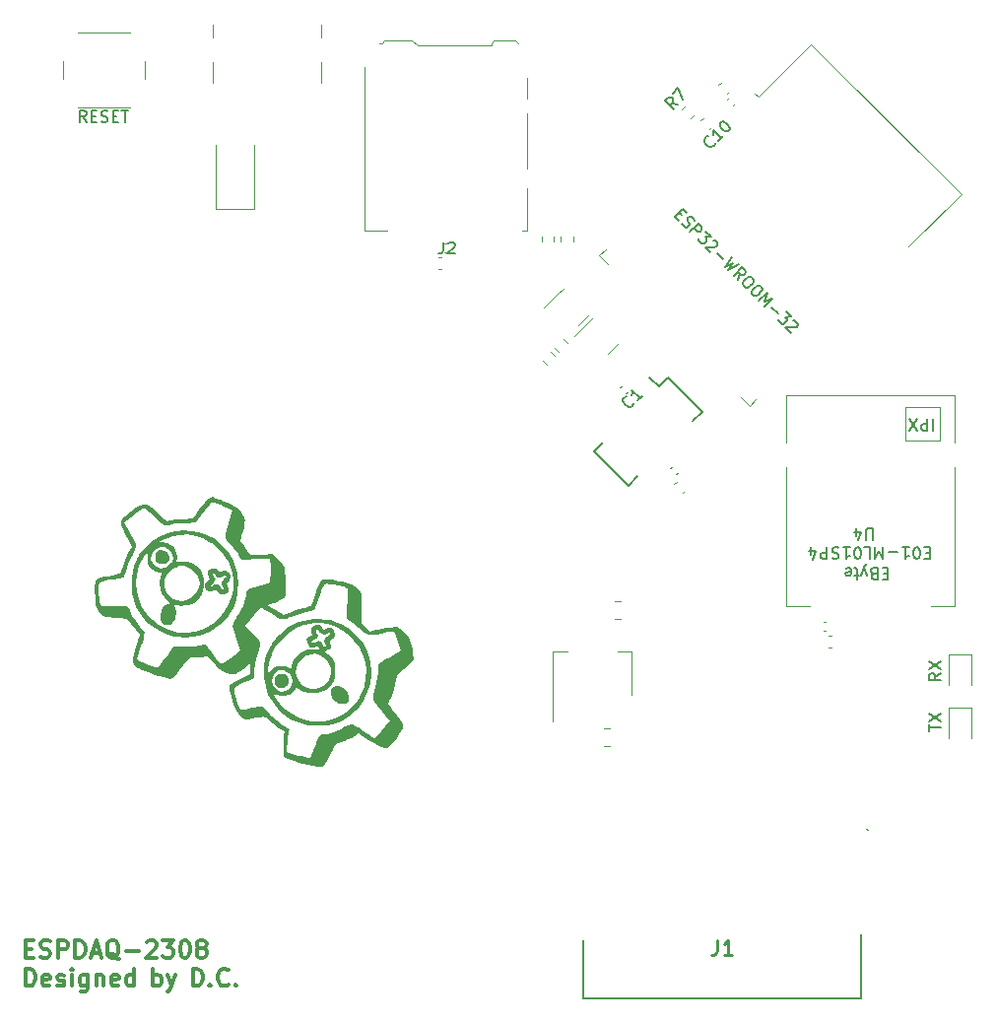
<source format=gbr>
%TF.GenerationSoftware,KiCad,Pcbnew,(7.0.0)*%
%TF.CreationDate,2023-02-28T21:09:02-08:00*%
%TF.ProjectId,daq-wireless,6461712d-7769-4726-956c-6573732e6b69,rev?*%
%TF.SameCoordinates,Original*%
%TF.FileFunction,Legend,Top*%
%TF.FilePolarity,Positive*%
%FSLAX46Y46*%
G04 Gerber Fmt 4.6, Leading zero omitted, Abs format (unit mm)*
G04 Created by KiCad (PCBNEW (7.0.0)) date 2023-02-28 21:09:02*
%MOMM*%
%LPD*%
G01*
G04 APERTURE LIST*
%ADD10C,0.300000*%
%ADD11C,0.150000*%
%ADD12C,0.254000*%
%ADD13C,0.120000*%
%ADD14C,0.200000*%
%ADD15C,0.100000*%
G04 APERTURE END LIST*
D10*
X93911142Y-126236857D02*
X94411142Y-126236857D01*
X94625428Y-127022571D02*
X93911142Y-127022571D01*
X93911142Y-127022571D02*
X93911142Y-125522571D01*
X93911142Y-125522571D02*
X94625428Y-125522571D01*
X95196857Y-126951142D02*
X95411143Y-127022571D01*
X95411143Y-127022571D02*
X95768285Y-127022571D01*
X95768285Y-127022571D02*
X95911143Y-126951142D01*
X95911143Y-126951142D02*
X95982571Y-126879714D01*
X95982571Y-126879714D02*
X96054000Y-126736857D01*
X96054000Y-126736857D02*
X96054000Y-126594000D01*
X96054000Y-126594000D02*
X95982571Y-126451142D01*
X95982571Y-126451142D02*
X95911143Y-126379714D01*
X95911143Y-126379714D02*
X95768285Y-126308285D01*
X95768285Y-126308285D02*
X95482571Y-126236857D01*
X95482571Y-126236857D02*
X95339714Y-126165428D01*
X95339714Y-126165428D02*
X95268285Y-126094000D01*
X95268285Y-126094000D02*
X95196857Y-125951142D01*
X95196857Y-125951142D02*
X95196857Y-125808285D01*
X95196857Y-125808285D02*
X95268285Y-125665428D01*
X95268285Y-125665428D02*
X95339714Y-125594000D01*
X95339714Y-125594000D02*
X95482571Y-125522571D01*
X95482571Y-125522571D02*
X95839714Y-125522571D01*
X95839714Y-125522571D02*
X96054000Y-125594000D01*
X96696856Y-127022571D02*
X96696856Y-125522571D01*
X96696856Y-125522571D02*
X97268285Y-125522571D01*
X97268285Y-125522571D02*
X97411142Y-125594000D01*
X97411142Y-125594000D02*
X97482571Y-125665428D01*
X97482571Y-125665428D02*
X97553999Y-125808285D01*
X97553999Y-125808285D02*
X97553999Y-126022571D01*
X97553999Y-126022571D02*
X97482571Y-126165428D01*
X97482571Y-126165428D02*
X97411142Y-126236857D01*
X97411142Y-126236857D02*
X97268285Y-126308285D01*
X97268285Y-126308285D02*
X96696856Y-126308285D01*
X98196856Y-127022571D02*
X98196856Y-125522571D01*
X98196856Y-125522571D02*
X98553999Y-125522571D01*
X98553999Y-125522571D02*
X98768285Y-125594000D01*
X98768285Y-125594000D02*
X98911142Y-125736857D01*
X98911142Y-125736857D02*
X98982571Y-125879714D01*
X98982571Y-125879714D02*
X99053999Y-126165428D01*
X99053999Y-126165428D02*
X99053999Y-126379714D01*
X99053999Y-126379714D02*
X98982571Y-126665428D01*
X98982571Y-126665428D02*
X98911142Y-126808285D01*
X98911142Y-126808285D02*
X98768285Y-126951142D01*
X98768285Y-126951142D02*
X98553999Y-127022571D01*
X98553999Y-127022571D02*
X98196856Y-127022571D01*
X99625428Y-126594000D02*
X100339714Y-126594000D01*
X99482571Y-127022571D02*
X99982571Y-125522571D01*
X99982571Y-125522571D02*
X100482571Y-127022571D01*
X101982570Y-127165428D02*
X101839713Y-127094000D01*
X101839713Y-127094000D02*
X101696856Y-126951142D01*
X101696856Y-126951142D02*
X101482570Y-126736857D01*
X101482570Y-126736857D02*
X101339713Y-126665428D01*
X101339713Y-126665428D02*
X101196856Y-126665428D01*
X101268285Y-127022571D02*
X101125428Y-126951142D01*
X101125428Y-126951142D02*
X100982570Y-126808285D01*
X100982570Y-126808285D02*
X100911142Y-126522571D01*
X100911142Y-126522571D02*
X100911142Y-126022571D01*
X100911142Y-126022571D02*
X100982570Y-125736857D01*
X100982570Y-125736857D02*
X101125428Y-125594000D01*
X101125428Y-125594000D02*
X101268285Y-125522571D01*
X101268285Y-125522571D02*
X101553999Y-125522571D01*
X101553999Y-125522571D02*
X101696856Y-125594000D01*
X101696856Y-125594000D02*
X101839713Y-125736857D01*
X101839713Y-125736857D02*
X101911142Y-126022571D01*
X101911142Y-126022571D02*
X101911142Y-126522571D01*
X101911142Y-126522571D02*
X101839713Y-126808285D01*
X101839713Y-126808285D02*
X101696856Y-126951142D01*
X101696856Y-126951142D02*
X101553999Y-127022571D01*
X101553999Y-127022571D02*
X101268285Y-127022571D01*
X102553999Y-126451142D02*
X103696857Y-126451142D01*
X104339714Y-125665428D02*
X104411142Y-125594000D01*
X104411142Y-125594000D02*
X104554000Y-125522571D01*
X104554000Y-125522571D02*
X104911142Y-125522571D01*
X104911142Y-125522571D02*
X105054000Y-125594000D01*
X105054000Y-125594000D02*
X105125428Y-125665428D01*
X105125428Y-125665428D02*
X105196857Y-125808285D01*
X105196857Y-125808285D02*
X105196857Y-125951142D01*
X105196857Y-125951142D02*
X105125428Y-126165428D01*
X105125428Y-126165428D02*
X104268285Y-127022571D01*
X104268285Y-127022571D02*
X105196857Y-127022571D01*
X105696856Y-125522571D02*
X106625428Y-125522571D01*
X106625428Y-125522571D02*
X106125428Y-126094000D01*
X106125428Y-126094000D02*
X106339713Y-126094000D01*
X106339713Y-126094000D02*
X106482571Y-126165428D01*
X106482571Y-126165428D02*
X106553999Y-126236857D01*
X106553999Y-126236857D02*
X106625428Y-126379714D01*
X106625428Y-126379714D02*
X106625428Y-126736857D01*
X106625428Y-126736857D02*
X106553999Y-126879714D01*
X106553999Y-126879714D02*
X106482571Y-126951142D01*
X106482571Y-126951142D02*
X106339713Y-127022571D01*
X106339713Y-127022571D02*
X105911142Y-127022571D01*
X105911142Y-127022571D02*
X105768285Y-126951142D01*
X105768285Y-126951142D02*
X105696856Y-126879714D01*
X107553999Y-125522571D02*
X107696856Y-125522571D01*
X107696856Y-125522571D02*
X107839713Y-125594000D01*
X107839713Y-125594000D02*
X107911142Y-125665428D01*
X107911142Y-125665428D02*
X107982570Y-125808285D01*
X107982570Y-125808285D02*
X108053999Y-126094000D01*
X108053999Y-126094000D02*
X108053999Y-126451142D01*
X108053999Y-126451142D02*
X107982570Y-126736857D01*
X107982570Y-126736857D02*
X107911142Y-126879714D01*
X107911142Y-126879714D02*
X107839713Y-126951142D01*
X107839713Y-126951142D02*
X107696856Y-127022571D01*
X107696856Y-127022571D02*
X107553999Y-127022571D01*
X107553999Y-127022571D02*
X107411142Y-126951142D01*
X107411142Y-126951142D02*
X107339713Y-126879714D01*
X107339713Y-126879714D02*
X107268284Y-126736857D01*
X107268284Y-126736857D02*
X107196856Y-126451142D01*
X107196856Y-126451142D02*
X107196856Y-126094000D01*
X107196856Y-126094000D02*
X107268284Y-125808285D01*
X107268284Y-125808285D02*
X107339713Y-125665428D01*
X107339713Y-125665428D02*
X107411142Y-125594000D01*
X107411142Y-125594000D02*
X107553999Y-125522571D01*
X108911141Y-126165428D02*
X108768284Y-126094000D01*
X108768284Y-126094000D02*
X108696855Y-126022571D01*
X108696855Y-126022571D02*
X108625427Y-125879714D01*
X108625427Y-125879714D02*
X108625427Y-125808285D01*
X108625427Y-125808285D02*
X108696855Y-125665428D01*
X108696855Y-125665428D02*
X108768284Y-125594000D01*
X108768284Y-125594000D02*
X108911141Y-125522571D01*
X108911141Y-125522571D02*
X109196855Y-125522571D01*
X109196855Y-125522571D02*
X109339713Y-125594000D01*
X109339713Y-125594000D02*
X109411141Y-125665428D01*
X109411141Y-125665428D02*
X109482570Y-125808285D01*
X109482570Y-125808285D02*
X109482570Y-125879714D01*
X109482570Y-125879714D02*
X109411141Y-126022571D01*
X109411141Y-126022571D02*
X109339713Y-126094000D01*
X109339713Y-126094000D02*
X109196855Y-126165428D01*
X109196855Y-126165428D02*
X108911141Y-126165428D01*
X108911141Y-126165428D02*
X108768284Y-126236857D01*
X108768284Y-126236857D02*
X108696855Y-126308285D01*
X108696855Y-126308285D02*
X108625427Y-126451142D01*
X108625427Y-126451142D02*
X108625427Y-126736857D01*
X108625427Y-126736857D02*
X108696855Y-126879714D01*
X108696855Y-126879714D02*
X108768284Y-126951142D01*
X108768284Y-126951142D02*
X108911141Y-127022571D01*
X108911141Y-127022571D02*
X109196855Y-127022571D01*
X109196855Y-127022571D02*
X109339713Y-126951142D01*
X109339713Y-126951142D02*
X109411141Y-126879714D01*
X109411141Y-126879714D02*
X109482570Y-126736857D01*
X109482570Y-126736857D02*
X109482570Y-126451142D01*
X109482570Y-126451142D02*
X109411141Y-126308285D01*
X109411141Y-126308285D02*
X109339713Y-126236857D01*
X109339713Y-126236857D02*
X109196855Y-126165428D01*
X93911142Y-129452571D02*
X93911142Y-127952571D01*
X93911142Y-127952571D02*
X94268285Y-127952571D01*
X94268285Y-127952571D02*
X94482571Y-128024000D01*
X94482571Y-128024000D02*
X94625428Y-128166857D01*
X94625428Y-128166857D02*
X94696857Y-128309714D01*
X94696857Y-128309714D02*
X94768285Y-128595428D01*
X94768285Y-128595428D02*
X94768285Y-128809714D01*
X94768285Y-128809714D02*
X94696857Y-129095428D01*
X94696857Y-129095428D02*
X94625428Y-129238285D01*
X94625428Y-129238285D02*
X94482571Y-129381142D01*
X94482571Y-129381142D02*
X94268285Y-129452571D01*
X94268285Y-129452571D02*
X93911142Y-129452571D01*
X95982571Y-129381142D02*
X95839714Y-129452571D01*
X95839714Y-129452571D02*
X95554000Y-129452571D01*
X95554000Y-129452571D02*
X95411142Y-129381142D01*
X95411142Y-129381142D02*
X95339714Y-129238285D01*
X95339714Y-129238285D02*
X95339714Y-128666857D01*
X95339714Y-128666857D02*
X95411142Y-128524000D01*
X95411142Y-128524000D02*
X95554000Y-128452571D01*
X95554000Y-128452571D02*
X95839714Y-128452571D01*
X95839714Y-128452571D02*
X95982571Y-128524000D01*
X95982571Y-128524000D02*
X96054000Y-128666857D01*
X96054000Y-128666857D02*
X96054000Y-128809714D01*
X96054000Y-128809714D02*
X95339714Y-128952571D01*
X96625428Y-129381142D02*
X96768285Y-129452571D01*
X96768285Y-129452571D02*
X97053999Y-129452571D01*
X97053999Y-129452571D02*
X97196856Y-129381142D01*
X97196856Y-129381142D02*
X97268285Y-129238285D01*
X97268285Y-129238285D02*
X97268285Y-129166857D01*
X97268285Y-129166857D02*
X97196856Y-129024000D01*
X97196856Y-129024000D02*
X97053999Y-128952571D01*
X97053999Y-128952571D02*
X96839714Y-128952571D01*
X96839714Y-128952571D02*
X96696856Y-128881142D01*
X96696856Y-128881142D02*
X96625428Y-128738285D01*
X96625428Y-128738285D02*
X96625428Y-128666857D01*
X96625428Y-128666857D02*
X96696856Y-128524000D01*
X96696856Y-128524000D02*
X96839714Y-128452571D01*
X96839714Y-128452571D02*
X97053999Y-128452571D01*
X97053999Y-128452571D02*
X97196856Y-128524000D01*
X97911142Y-129452571D02*
X97911142Y-128452571D01*
X97911142Y-127952571D02*
X97839714Y-128024000D01*
X97839714Y-128024000D02*
X97911142Y-128095428D01*
X97911142Y-128095428D02*
X97982571Y-128024000D01*
X97982571Y-128024000D02*
X97911142Y-127952571D01*
X97911142Y-127952571D02*
X97911142Y-128095428D01*
X99268286Y-128452571D02*
X99268286Y-129666857D01*
X99268286Y-129666857D02*
X99196857Y-129809714D01*
X99196857Y-129809714D02*
X99125428Y-129881142D01*
X99125428Y-129881142D02*
X98982571Y-129952571D01*
X98982571Y-129952571D02*
X98768286Y-129952571D01*
X98768286Y-129952571D02*
X98625428Y-129881142D01*
X99268286Y-129381142D02*
X99125428Y-129452571D01*
X99125428Y-129452571D02*
X98839714Y-129452571D01*
X98839714Y-129452571D02*
X98696857Y-129381142D01*
X98696857Y-129381142D02*
X98625428Y-129309714D01*
X98625428Y-129309714D02*
X98554000Y-129166857D01*
X98554000Y-129166857D02*
X98554000Y-128738285D01*
X98554000Y-128738285D02*
X98625428Y-128595428D01*
X98625428Y-128595428D02*
X98696857Y-128524000D01*
X98696857Y-128524000D02*
X98839714Y-128452571D01*
X98839714Y-128452571D02*
X99125428Y-128452571D01*
X99125428Y-128452571D02*
X99268286Y-128524000D01*
X99982571Y-128452571D02*
X99982571Y-129452571D01*
X99982571Y-128595428D02*
X100054000Y-128524000D01*
X100054000Y-128524000D02*
X100196857Y-128452571D01*
X100196857Y-128452571D02*
X100411143Y-128452571D01*
X100411143Y-128452571D02*
X100554000Y-128524000D01*
X100554000Y-128524000D02*
X100625429Y-128666857D01*
X100625429Y-128666857D02*
X100625429Y-129452571D01*
X101911143Y-129381142D02*
X101768286Y-129452571D01*
X101768286Y-129452571D02*
X101482572Y-129452571D01*
X101482572Y-129452571D02*
X101339714Y-129381142D01*
X101339714Y-129381142D02*
X101268286Y-129238285D01*
X101268286Y-129238285D02*
X101268286Y-128666857D01*
X101268286Y-128666857D02*
X101339714Y-128524000D01*
X101339714Y-128524000D02*
X101482572Y-128452571D01*
X101482572Y-128452571D02*
X101768286Y-128452571D01*
X101768286Y-128452571D02*
X101911143Y-128524000D01*
X101911143Y-128524000D02*
X101982572Y-128666857D01*
X101982572Y-128666857D02*
X101982572Y-128809714D01*
X101982572Y-128809714D02*
X101268286Y-128952571D01*
X103268286Y-129452571D02*
X103268286Y-127952571D01*
X103268286Y-129381142D02*
X103125428Y-129452571D01*
X103125428Y-129452571D02*
X102839714Y-129452571D01*
X102839714Y-129452571D02*
X102696857Y-129381142D01*
X102696857Y-129381142D02*
X102625428Y-129309714D01*
X102625428Y-129309714D02*
X102554000Y-129166857D01*
X102554000Y-129166857D02*
X102554000Y-128738285D01*
X102554000Y-128738285D02*
X102625428Y-128595428D01*
X102625428Y-128595428D02*
X102696857Y-128524000D01*
X102696857Y-128524000D02*
X102839714Y-128452571D01*
X102839714Y-128452571D02*
X103125428Y-128452571D01*
X103125428Y-128452571D02*
X103268286Y-128524000D01*
X104882571Y-129452571D02*
X104882571Y-127952571D01*
X104882571Y-128524000D02*
X105025429Y-128452571D01*
X105025429Y-128452571D02*
X105311143Y-128452571D01*
X105311143Y-128452571D02*
X105454000Y-128524000D01*
X105454000Y-128524000D02*
X105525429Y-128595428D01*
X105525429Y-128595428D02*
X105596857Y-128738285D01*
X105596857Y-128738285D02*
X105596857Y-129166857D01*
X105596857Y-129166857D02*
X105525429Y-129309714D01*
X105525429Y-129309714D02*
X105454000Y-129381142D01*
X105454000Y-129381142D02*
X105311143Y-129452571D01*
X105311143Y-129452571D02*
X105025429Y-129452571D01*
X105025429Y-129452571D02*
X104882571Y-129381142D01*
X106096857Y-128452571D02*
X106454000Y-129452571D01*
X106811143Y-128452571D02*
X106454000Y-129452571D01*
X106454000Y-129452571D02*
X106311143Y-129809714D01*
X106311143Y-129809714D02*
X106239714Y-129881142D01*
X106239714Y-129881142D02*
X106096857Y-129952571D01*
X108282571Y-129452571D02*
X108282571Y-127952571D01*
X108282571Y-127952571D02*
X108639714Y-127952571D01*
X108639714Y-127952571D02*
X108854000Y-128024000D01*
X108854000Y-128024000D02*
X108996857Y-128166857D01*
X108996857Y-128166857D02*
X109068286Y-128309714D01*
X109068286Y-128309714D02*
X109139714Y-128595428D01*
X109139714Y-128595428D02*
X109139714Y-128809714D01*
X109139714Y-128809714D02*
X109068286Y-129095428D01*
X109068286Y-129095428D02*
X108996857Y-129238285D01*
X108996857Y-129238285D02*
X108854000Y-129381142D01*
X108854000Y-129381142D02*
X108639714Y-129452571D01*
X108639714Y-129452571D02*
X108282571Y-129452571D01*
X109782571Y-129309714D02*
X109854000Y-129381142D01*
X109854000Y-129381142D02*
X109782571Y-129452571D01*
X109782571Y-129452571D02*
X109711143Y-129381142D01*
X109711143Y-129381142D02*
X109782571Y-129309714D01*
X109782571Y-129309714D02*
X109782571Y-129452571D01*
X111354000Y-129309714D02*
X111282572Y-129381142D01*
X111282572Y-129381142D02*
X111068286Y-129452571D01*
X111068286Y-129452571D02*
X110925429Y-129452571D01*
X110925429Y-129452571D02*
X110711143Y-129381142D01*
X110711143Y-129381142D02*
X110568286Y-129238285D01*
X110568286Y-129238285D02*
X110496857Y-129095428D01*
X110496857Y-129095428D02*
X110425429Y-128809714D01*
X110425429Y-128809714D02*
X110425429Y-128595428D01*
X110425429Y-128595428D02*
X110496857Y-128309714D01*
X110496857Y-128309714D02*
X110568286Y-128166857D01*
X110568286Y-128166857D02*
X110711143Y-128024000D01*
X110711143Y-128024000D02*
X110925429Y-127952571D01*
X110925429Y-127952571D02*
X111068286Y-127952571D01*
X111068286Y-127952571D02*
X111282572Y-128024000D01*
X111282572Y-128024000D02*
X111354000Y-128095428D01*
X111996857Y-129309714D02*
X112068286Y-129381142D01*
X112068286Y-129381142D02*
X111996857Y-129452571D01*
X111996857Y-129452571D02*
X111925429Y-129381142D01*
X111925429Y-129381142D02*
X111996857Y-129309714D01*
X111996857Y-129309714D02*
X111996857Y-129452571D01*
D11*
%TO.C,U1*%
X150084028Y-62994805D02*
X150319731Y-63230507D01*
X150050357Y-63701912D02*
X149713639Y-63365194D01*
X149713639Y-63365194D02*
X150420746Y-62658087D01*
X150420746Y-62658087D02*
X150757463Y-62994805D01*
X150353402Y-63937614D02*
X150420746Y-64072301D01*
X150420746Y-64072301D02*
X150589105Y-64240660D01*
X150589105Y-64240660D02*
X150690120Y-64274332D01*
X150690120Y-64274332D02*
X150757463Y-64274332D01*
X150757463Y-64274332D02*
X150858479Y-64240660D01*
X150858479Y-64240660D02*
X150925822Y-64173316D01*
X150925822Y-64173316D02*
X150959494Y-64072301D01*
X150959494Y-64072301D02*
X150959494Y-64004958D01*
X150959494Y-64004958D02*
X150925822Y-63903942D01*
X150925822Y-63903942D02*
X150824807Y-63735584D01*
X150824807Y-63735584D02*
X150791135Y-63634568D01*
X150791135Y-63634568D02*
X150791135Y-63567225D01*
X150791135Y-63567225D02*
X150824807Y-63466210D01*
X150824807Y-63466210D02*
X150892151Y-63398866D01*
X150892151Y-63398866D02*
X150993166Y-63365194D01*
X150993166Y-63365194D02*
X151060509Y-63365194D01*
X151060509Y-63365194D02*
X151161525Y-63398866D01*
X151161525Y-63398866D02*
X151329883Y-63567225D01*
X151329883Y-63567225D02*
X151397227Y-63701912D01*
X151026838Y-64678393D02*
X151733944Y-63971286D01*
X151733944Y-63971286D02*
X152003318Y-64240660D01*
X152003318Y-64240660D02*
X152036990Y-64341675D01*
X152036990Y-64341675D02*
X152036990Y-64409019D01*
X152036990Y-64409019D02*
X152003318Y-64510034D01*
X152003318Y-64510034D02*
X151902303Y-64611049D01*
X151902303Y-64611049D02*
X151801288Y-64644721D01*
X151801288Y-64644721D02*
X151733944Y-64644721D01*
X151733944Y-64644721D02*
X151632929Y-64611049D01*
X151632929Y-64611049D02*
X151363555Y-64341675D01*
X152373708Y-64611049D02*
X152811440Y-65048782D01*
X152811440Y-65048782D02*
X152306364Y-65082454D01*
X152306364Y-65082454D02*
X152407379Y-65183469D01*
X152407379Y-65183469D02*
X152441051Y-65284484D01*
X152441051Y-65284484D02*
X152441051Y-65351828D01*
X152441051Y-65351828D02*
X152407379Y-65452843D01*
X152407379Y-65452843D02*
X152239021Y-65621202D01*
X152239021Y-65621202D02*
X152138005Y-65654873D01*
X152138005Y-65654873D02*
X152070662Y-65654873D01*
X152070662Y-65654873D02*
X151969647Y-65621202D01*
X151969647Y-65621202D02*
X151767616Y-65419171D01*
X151767616Y-65419171D02*
X151733944Y-65318156D01*
X151733944Y-65318156D02*
X151733944Y-65250812D01*
X153013471Y-65385499D02*
X153080814Y-65385499D01*
X153080814Y-65385499D02*
X153181830Y-65419171D01*
X153181830Y-65419171D02*
X153350188Y-65587530D01*
X153350188Y-65587530D02*
X153383860Y-65688545D01*
X153383860Y-65688545D02*
X153383860Y-65755889D01*
X153383860Y-65755889D02*
X153350188Y-65856904D01*
X153350188Y-65856904D02*
X153282845Y-65924248D01*
X153282845Y-65924248D02*
X153148158Y-65991591D01*
X153148158Y-65991591D02*
X152340036Y-65991591D01*
X152340036Y-65991591D02*
X152777769Y-66429324D01*
X153350188Y-66462996D02*
X153888936Y-67001744D01*
X154596043Y-66833385D02*
X154057295Y-67708850D01*
X154057295Y-67708850D02*
X154697058Y-67338461D01*
X154697058Y-67338461D02*
X154326669Y-67978224D01*
X154326669Y-67978224D02*
X155202135Y-67439476D01*
X155168463Y-68820018D02*
X155269478Y-68247598D01*
X154764402Y-68415957D02*
X155471509Y-67708850D01*
X155471509Y-67708850D02*
X155740883Y-67978224D01*
X155740883Y-67978224D02*
X155774554Y-68079239D01*
X155774554Y-68079239D02*
X155774554Y-68146583D01*
X155774554Y-68146583D02*
X155740883Y-68247598D01*
X155740883Y-68247598D02*
X155639867Y-68348613D01*
X155639867Y-68348613D02*
X155538852Y-68382285D01*
X155538852Y-68382285D02*
X155471509Y-68382285D01*
X155471509Y-68382285D02*
X155370493Y-68348613D01*
X155370493Y-68348613D02*
X155101119Y-68079239D01*
X156313302Y-68550644D02*
X156447989Y-68685331D01*
X156447989Y-68685331D02*
X156481661Y-68786346D01*
X156481661Y-68786346D02*
X156481661Y-68921033D01*
X156481661Y-68921033D02*
X156380646Y-69089392D01*
X156380646Y-69089392D02*
X156144944Y-69325094D01*
X156144944Y-69325094D02*
X155976585Y-69426109D01*
X155976585Y-69426109D02*
X155841898Y-69426109D01*
X155841898Y-69426109D02*
X155740883Y-69392438D01*
X155740883Y-69392438D02*
X155606196Y-69257751D01*
X155606196Y-69257751D02*
X155572524Y-69156735D01*
X155572524Y-69156735D02*
X155572524Y-69022048D01*
X155572524Y-69022048D02*
X155673539Y-68853690D01*
X155673539Y-68853690D02*
X155909241Y-68617987D01*
X155909241Y-68617987D02*
X156077600Y-68516972D01*
X156077600Y-68516972D02*
X156212287Y-68516972D01*
X156212287Y-68516972D02*
X156313302Y-68550644D01*
X157054081Y-69291422D02*
X157188768Y-69426109D01*
X157188768Y-69426109D02*
X157222440Y-69527125D01*
X157222440Y-69527125D02*
X157222440Y-69661812D01*
X157222440Y-69661812D02*
X157121424Y-69830170D01*
X157121424Y-69830170D02*
X156885722Y-70065873D01*
X156885722Y-70065873D02*
X156717363Y-70166888D01*
X156717363Y-70166888D02*
X156582676Y-70166888D01*
X156582676Y-70166888D02*
X156481661Y-70133216D01*
X156481661Y-70133216D02*
X156346974Y-69998529D01*
X156346974Y-69998529D02*
X156313302Y-69897514D01*
X156313302Y-69897514D02*
X156313302Y-69762827D01*
X156313302Y-69762827D02*
X156414318Y-69594468D01*
X156414318Y-69594468D02*
X156650020Y-69358766D01*
X156650020Y-69358766D02*
X156818379Y-69257751D01*
X156818379Y-69257751D02*
X156953066Y-69257751D01*
X156953066Y-69257751D02*
X157054081Y-69291422D01*
X156953066Y-70604621D02*
X157660172Y-69897514D01*
X157660172Y-69897514D02*
X157390798Y-70638292D01*
X157390798Y-70638292D02*
X158131577Y-70368918D01*
X158131577Y-70368918D02*
X157424470Y-71076025D01*
X158030561Y-71143369D02*
X158569310Y-71682117D01*
X159276416Y-71513758D02*
X159714149Y-71951490D01*
X159714149Y-71951490D02*
X159209073Y-71985162D01*
X159209073Y-71985162D02*
X159310088Y-72086177D01*
X159310088Y-72086177D02*
X159343760Y-72187193D01*
X159343760Y-72187193D02*
X159343760Y-72254536D01*
X159343760Y-72254536D02*
X159310088Y-72355551D01*
X159310088Y-72355551D02*
X159141729Y-72523910D01*
X159141729Y-72523910D02*
X159040714Y-72557582D01*
X159040714Y-72557582D02*
X158973370Y-72557582D01*
X158973370Y-72557582D02*
X158872355Y-72523910D01*
X158872355Y-72523910D02*
X158670325Y-72321880D01*
X158670325Y-72321880D02*
X158636653Y-72220864D01*
X158636653Y-72220864D02*
X158636653Y-72153521D01*
X159916179Y-72288208D02*
X159983523Y-72288208D01*
X159983523Y-72288208D02*
X160084538Y-72321880D01*
X160084538Y-72321880D02*
X160252897Y-72490239D01*
X160252897Y-72490239D02*
X160286569Y-72591254D01*
X160286569Y-72591254D02*
X160286569Y-72658597D01*
X160286569Y-72658597D02*
X160252897Y-72759613D01*
X160252897Y-72759613D02*
X160185553Y-72826956D01*
X160185553Y-72826956D02*
X160050866Y-72894300D01*
X160050866Y-72894300D02*
X159242744Y-72894300D01*
X159242744Y-72894300D02*
X159680477Y-73332032D01*
%TO.C,R7*%
X150006763Y-53722465D02*
X149434343Y-53621450D01*
X149602702Y-54126526D02*
X148895595Y-53419419D01*
X148895595Y-53419419D02*
X149164969Y-53150045D01*
X149164969Y-53150045D02*
X149265985Y-53116373D01*
X149265985Y-53116373D02*
X149333328Y-53116373D01*
X149333328Y-53116373D02*
X149434343Y-53150045D01*
X149434343Y-53150045D02*
X149535359Y-53251060D01*
X149535359Y-53251060D02*
X149569030Y-53352076D01*
X149569030Y-53352076D02*
X149569030Y-53419419D01*
X149569030Y-53419419D02*
X149535359Y-53520434D01*
X149535359Y-53520434D02*
X149265985Y-53789808D01*
X149535359Y-52779656D02*
X150006763Y-52308251D01*
X150006763Y-52308251D02*
X150410824Y-53318404D01*
%TO.C,D3*%
X171579380Y-107537047D02*
X171579380Y-106965619D01*
X172579380Y-107251333D02*
X171579380Y-107251333D01*
X171579380Y-106727523D02*
X172579380Y-106060857D01*
X171579380Y-106060857D02*
X172579380Y-106727523D01*
%TO.C,C10*%
X153149028Y-57030165D02*
X153149028Y-57097509D01*
X153149028Y-57097509D02*
X153081684Y-57232196D01*
X153081684Y-57232196D02*
X153014341Y-57299539D01*
X153014341Y-57299539D02*
X152879654Y-57366883D01*
X152879654Y-57366883D02*
X152744967Y-57366883D01*
X152744967Y-57366883D02*
X152643952Y-57333211D01*
X152643952Y-57333211D02*
X152475593Y-57232196D01*
X152475593Y-57232196D02*
X152374578Y-57131180D01*
X152374578Y-57131180D02*
X152273562Y-56962822D01*
X152273562Y-56962822D02*
X152239891Y-56861806D01*
X152239891Y-56861806D02*
X152239891Y-56727119D01*
X152239891Y-56727119D02*
X152307234Y-56592432D01*
X152307234Y-56592432D02*
X152374578Y-56525089D01*
X152374578Y-56525089D02*
X152509265Y-56457745D01*
X152509265Y-56457745D02*
X152576608Y-56457745D01*
X153889806Y-56424074D02*
X153485745Y-56828135D01*
X153687776Y-56626104D02*
X152980669Y-55918997D01*
X152980669Y-55918997D02*
X153014341Y-56087356D01*
X153014341Y-56087356D02*
X153014341Y-56222043D01*
X153014341Y-56222043D02*
X152980669Y-56323058D01*
X153620432Y-55279234D02*
X153687776Y-55211891D01*
X153687776Y-55211891D02*
X153788791Y-55178219D01*
X153788791Y-55178219D02*
X153856135Y-55178219D01*
X153856135Y-55178219D02*
X153957150Y-55211891D01*
X153957150Y-55211891D02*
X154125509Y-55312906D01*
X154125509Y-55312906D02*
X154293867Y-55481265D01*
X154293867Y-55481265D02*
X154394883Y-55649623D01*
X154394883Y-55649623D02*
X154428554Y-55750639D01*
X154428554Y-55750639D02*
X154428554Y-55817982D01*
X154428554Y-55817982D02*
X154394883Y-55918997D01*
X154394883Y-55918997D02*
X154327539Y-55986341D01*
X154327539Y-55986341D02*
X154226524Y-56020013D01*
X154226524Y-56020013D02*
X154159180Y-56020013D01*
X154159180Y-56020013D02*
X154058165Y-55986341D01*
X154058165Y-55986341D02*
X153889806Y-55885326D01*
X153889806Y-55885326D02*
X153721448Y-55716967D01*
X153721448Y-55716967D02*
X153620432Y-55548608D01*
X153620432Y-55548608D02*
X153586761Y-55447593D01*
X153586761Y-55447593D02*
X153586761Y-55380249D01*
X153586761Y-55380249D02*
X153620432Y-55279234D01*
%TO.C,D2*%
X172579380Y-102568476D02*
X172103190Y-102901809D01*
X172579380Y-103139904D02*
X171579380Y-103139904D01*
X171579380Y-103139904D02*
X171579380Y-102758952D01*
X171579380Y-102758952D02*
X171627000Y-102663714D01*
X171627000Y-102663714D02*
X171674619Y-102616095D01*
X171674619Y-102616095D02*
X171769857Y-102568476D01*
X171769857Y-102568476D02*
X171912714Y-102568476D01*
X171912714Y-102568476D02*
X172007952Y-102616095D01*
X172007952Y-102616095D02*
X172055571Y-102663714D01*
X172055571Y-102663714D02*
X172103190Y-102758952D01*
X172103190Y-102758952D02*
X172103190Y-103139904D01*
X171579380Y-102235142D02*
X172579380Y-101568476D01*
X171579380Y-101568476D02*
X172579380Y-102235142D01*
%TO.C,C1*%
X146182827Y-79362528D02*
X146182827Y-79429872D01*
X146182827Y-79429872D02*
X146115483Y-79564559D01*
X146115483Y-79564559D02*
X146048140Y-79631902D01*
X146048140Y-79631902D02*
X145913453Y-79699246D01*
X145913453Y-79699246D02*
X145778766Y-79699246D01*
X145778766Y-79699246D02*
X145677750Y-79665574D01*
X145677750Y-79665574D02*
X145509392Y-79564559D01*
X145509392Y-79564559D02*
X145408376Y-79463544D01*
X145408376Y-79463544D02*
X145307361Y-79295185D01*
X145307361Y-79295185D02*
X145273689Y-79194170D01*
X145273689Y-79194170D02*
X145273689Y-79059483D01*
X145273689Y-79059483D02*
X145341033Y-78924796D01*
X145341033Y-78924796D02*
X145408376Y-78857452D01*
X145408376Y-78857452D02*
X145543063Y-78790109D01*
X145543063Y-78790109D02*
X145610407Y-78790109D01*
X146923605Y-78756437D02*
X146519544Y-79160498D01*
X146721575Y-78958467D02*
X146014468Y-78251361D01*
X146014468Y-78251361D02*
X146048140Y-78419719D01*
X146048140Y-78419719D02*
X146048140Y-78554406D01*
X146048140Y-78554406D02*
X146014468Y-78655422D01*
%TO.C,U4*%
X166742904Y-91102619D02*
X166742904Y-90293095D01*
X166742904Y-90293095D02*
X166695285Y-90197857D01*
X166695285Y-90197857D02*
X166647666Y-90150238D01*
X166647666Y-90150238D02*
X166552428Y-90102619D01*
X166552428Y-90102619D02*
X166361952Y-90102619D01*
X166361952Y-90102619D02*
X166266714Y-90150238D01*
X166266714Y-90150238D02*
X166219095Y-90197857D01*
X166219095Y-90197857D02*
X166171476Y-90293095D01*
X166171476Y-90293095D02*
X166171476Y-91102619D01*
X165266714Y-90769285D02*
X165266714Y-90102619D01*
X165504809Y-91150238D02*
X165742904Y-90435952D01*
X165742904Y-90435952D02*
X165123857Y-90435952D01*
X168044523Y-94055428D02*
X167711190Y-94055428D01*
X167568333Y-93531619D02*
X168044523Y-93531619D01*
X168044523Y-93531619D02*
X168044523Y-94531619D01*
X168044523Y-94531619D02*
X167568333Y-94531619D01*
X166806428Y-94055428D02*
X166663571Y-94007809D01*
X166663571Y-94007809D02*
X166615952Y-93960190D01*
X166615952Y-93960190D02*
X166568333Y-93864952D01*
X166568333Y-93864952D02*
X166568333Y-93722095D01*
X166568333Y-93722095D02*
X166615952Y-93626857D01*
X166615952Y-93626857D02*
X166663571Y-93579238D01*
X166663571Y-93579238D02*
X166758809Y-93531619D01*
X166758809Y-93531619D02*
X167139761Y-93531619D01*
X167139761Y-93531619D02*
X167139761Y-94531619D01*
X167139761Y-94531619D02*
X166806428Y-94531619D01*
X166806428Y-94531619D02*
X166711190Y-94484000D01*
X166711190Y-94484000D02*
X166663571Y-94436380D01*
X166663571Y-94436380D02*
X166615952Y-94341142D01*
X166615952Y-94341142D02*
X166615952Y-94245904D01*
X166615952Y-94245904D02*
X166663571Y-94150666D01*
X166663571Y-94150666D02*
X166711190Y-94103047D01*
X166711190Y-94103047D02*
X166806428Y-94055428D01*
X166806428Y-94055428D02*
X167139761Y-94055428D01*
X166234999Y-94198285D02*
X165996904Y-93531619D01*
X165758809Y-94198285D02*
X165996904Y-93531619D01*
X165996904Y-93531619D02*
X166092142Y-93293523D01*
X166092142Y-93293523D02*
X166139761Y-93245904D01*
X166139761Y-93245904D02*
X166234999Y-93198285D01*
X165520713Y-94198285D02*
X165139761Y-94198285D01*
X165377856Y-94531619D02*
X165377856Y-93674476D01*
X165377856Y-93674476D02*
X165330237Y-93579238D01*
X165330237Y-93579238D02*
X165234999Y-93531619D01*
X165234999Y-93531619D02*
X165139761Y-93531619D01*
X164425475Y-93579238D02*
X164520713Y-93531619D01*
X164520713Y-93531619D02*
X164711189Y-93531619D01*
X164711189Y-93531619D02*
X164806427Y-93579238D01*
X164806427Y-93579238D02*
X164854046Y-93674476D01*
X164854046Y-93674476D02*
X164854046Y-94055428D01*
X164854046Y-94055428D02*
X164806427Y-94150666D01*
X164806427Y-94150666D02*
X164711189Y-94198285D01*
X164711189Y-94198285D02*
X164520713Y-94198285D01*
X164520713Y-94198285D02*
X164425475Y-94150666D01*
X164425475Y-94150666D02*
X164377856Y-94055428D01*
X164377856Y-94055428D02*
X164377856Y-93960190D01*
X164377856Y-93960190D02*
X164854046Y-93864952D01*
X171910189Y-80704619D02*
X171910189Y-81704619D01*
X171433999Y-80704619D02*
X171433999Y-81704619D01*
X171433999Y-81704619D02*
X171053047Y-81704619D01*
X171053047Y-81704619D02*
X170957809Y-81657000D01*
X170957809Y-81657000D02*
X170910190Y-81609380D01*
X170910190Y-81609380D02*
X170862571Y-81514142D01*
X170862571Y-81514142D02*
X170862571Y-81371285D01*
X170862571Y-81371285D02*
X170910190Y-81276047D01*
X170910190Y-81276047D02*
X170957809Y-81228428D01*
X170957809Y-81228428D02*
X171053047Y-81180809D01*
X171053047Y-81180809D02*
X171433999Y-81180809D01*
X170529237Y-81704619D02*
X169862571Y-80704619D01*
X169862571Y-81704619D02*
X170529237Y-80704619D01*
X171655666Y-92277428D02*
X171322333Y-92277428D01*
X171179476Y-91753619D02*
X171655666Y-91753619D01*
X171655666Y-91753619D02*
X171655666Y-92753619D01*
X171655666Y-92753619D02*
X171179476Y-92753619D01*
X170560428Y-92753619D02*
X170465190Y-92753619D01*
X170465190Y-92753619D02*
X170369952Y-92706000D01*
X170369952Y-92706000D02*
X170322333Y-92658380D01*
X170322333Y-92658380D02*
X170274714Y-92563142D01*
X170274714Y-92563142D02*
X170227095Y-92372666D01*
X170227095Y-92372666D02*
X170227095Y-92134571D01*
X170227095Y-92134571D02*
X170274714Y-91944095D01*
X170274714Y-91944095D02*
X170322333Y-91848857D01*
X170322333Y-91848857D02*
X170369952Y-91801238D01*
X170369952Y-91801238D02*
X170465190Y-91753619D01*
X170465190Y-91753619D02*
X170560428Y-91753619D01*
X170560428Y-91753619D02*
X170655666Y-91801238D01*
X170655666Y-91801238D02*
X170703285Y-91848857D01*
X170703285Y-91848857D02*
X170750904Y-91944095D01*
X170750904Y-91944095D02*
X170798523Y-92134571D01*
X170798523Y-92134571D02*
X170798523Y-92372666D01*
X170798523Y-92372666D02*
X170750904Y-92563142D01*
X170750904Y-92563142D02*
X170703285Y-92658380D01*
X170703285Y-92658380D02*
X170655666Y-92706000D01*
X170655666Y-92706000D02*
X170560428Y-92753619D01*
X169274714Y-91753619D02*
X169846142Y-91753619D01*
X169560428Y-91753619D02*
X169560428Y-92753619D01*
X169560428Y-92753619D02*
X169655666Y-92610761D01*
X169655666Y-92610761D02*
X169750904Y-92515523D01*
X169750904Y-92515523D02*
X169846142Y-92467904D01*
X168846142Y-92134571D02*
X168084238Y-92134571D01*
X167608047Y-91753619D02*
X167608047Y-92753619D01*
X167608047Y-92753619D02*
X167274714Y-92039333D01*
X167274714Y-92039333D02*
X166941381Y-92753619D01*
X166941381Y-92753619D02*
X166941381Y-91753619D01*
X165989000Y-91753619D02*
X166465190Y-91753619D01*
X166465190Y-91753619D02*
X166465190Y-92753619D01*
X165465190Y-92753619D02*
X165369952Y-92753619D01*
X165369952Y-92753619D02*
X165274714Y-92706000D01*
X165274714Y-92706000D02*
X165227095Y-92658380D01*
X165227095Y-92658380D02*
X165179476Y-92563142D01*
X165179476Y-92563142D02*
X165131857Y-92372666D01*
X165131857Y-92372666D02*
X165131857Y-92134571D01*
X165131857Y-92134571D02*
X165179476Y-91944095D01*
X165179476Y-91944095D02*
X165227095Y-91848857D01*
X165227095Y-91848857D02*
X165274714Y-91801238D01*
X165274714Y-91801238D02*
X165369952Y-91753619D01*
X165369952Y-91753619D02*
X165465190Y-91753619D01*
X165465190Y-91753619D02*
X165560428Y-91801238D01*
X165560428Y-91801238D02*
X165608047Y-91848857D01*
X165608047Y-91848857D02*
X165655666Y-91944095D01*
X165655666Y-91944095D02*
X165703285Y-92134571D01*
X165703285Y-92134571D02*
X165703285Y-92372666D01*
X165703285Y-92372666D02*
X165655666Y-92563142D01*
X165655666Y-92563142D02*
X165608047Y-92658380D01*
X165608047Y-92658380D02*
X165560428Y-92706000D01*
X165560428Y-92706000D02*
X165465190Y-92753619D01*
X164179476Y-91753619D02*
X164750904Y-91753619D01*
X164465190Y-91753619D02*
X164465190Y-92753619D01*
X164465190Y-92753619D02*
X164560428Y-92610761D01*
X164560428Y-92610761D02*
X164655666Y-92515523D01*
X164655666Y-92515523D02*
X164750904Y-92467904D01*
X163798523Y-91801238D02*
X163655666Y-91753619D01*
X163655666Y-91753619D02*
X163417571Y-91753619D01*
X163417571Y-91753619D02*
X163322333Y-91801238D01*
X163322333Y-91801238D02*
X163274714Y-91848857D01*
X163274714Y-91848857D02*
X163227095Y-91944095D01*
X163227095Y-91944095D02*
X163227095Y-92039333D01*
X163227095Y-92039333D02*
X163274714Y-92134571D01*
X163274714Y-92134571D02*
X163322333Y-92182190D01*
X163322333Y-92182190D02*
X163417571Y-92229809D01*
X163417571Y-92229809D02*
X163608047Y-92277428D01*
X163608047Y-92277428D02*
X163703285Y-92325047D01*
X163703285Y-92325047D02*
X163750904Y-92372666D01*
X163750904Y-92372666D02*
X163798523Y-92467904D01*
X163798523Y-92467904D02*
X163798523Y-92563142D01*
X163798523Y-92563142D02*
X163750904Y-92658380D01*
X163750904Y-92658380D02*
X163703285Y-92706000D01*
X163703285Y-92706000D02*
X163608047Y-92753619D01*
X163608047Y-92753619D02*
X163369952Y-92753619D01*
X163369952Y-92753619D02*
X163227095Y-92706000D01*
X162798523Y-91753619D02*
X162798523Y-92753619D01*
X162798523Y-92753619D02*
X162417571Y-92753619D01*
X162417571Y-92753619D02*
X162322333Y-92706000D01*
X162322333Y-92706000D02*
X162274714Y-92658380D01*
X162274714Y-92658380D02*
X162227095Y-92563142D01*
X162227095Y-92563142D02*
X162227095Y-92420285D01*
X162227095Y-92420285D02*
X162274714Y-92325047D01*
X162274714Y-92325047D02*
X162322333Y-92277428D01*
X162322333Y-92277428D02*
X162417571Y-92229809D01*
X162417571Y-92229809D02*
X162798523Y-92229809D01*
X161369952Y-92420285D02*
X161369952Y-91753619D01*
X161608047Y-92801238D02*
X161846142Y-92086952D01*
X161846142Y-92086952D02*
X161227095Y-92086952D01*
D12*
%TO.C,J1*%
X153376667Y-125487573D02*
X153376667Y-126394716D01*
X153376667Y-126394716D02*
X153316190Y-126576145D01*
X153316190Y-126576145D02*
X153195238Y-126697097D01*
X153195238Y-126697097D02*
X153013809Y-126757573D01*
X153013809Y-126757573D02*
X152892857Y-126757573D01*
X154646667Y-126757573D02*
X153920952Y-126757573D01*
X154283809Y-126757573D02*
X154283809Y-125487573D01*
X154283809Y-125487573D02*
X154162857Y-125669002D01*
X154162857Y-125669002D02*
X154041905Y-125789954D01*
X154041905Y-125789954D02*
X153920952Y-125850430D01*
D11*
%TO.C,SW1*%
X99131618Y-55231380D02*
X98798285Y-54755190D01*
X98560190Y-55231380D02*
X98560190Y-54231380D01*
X98560190Y-54231380D02*
X98941142Y-54231380D01*
X98941142Y-54231380D02*
X99036380Y-54279000D01*
X99036380Y-54279000D02*
X99083999Y-54326619D01*
X99083999Y-54326619D02*
X99131618Y-54421857D01*
X99131618Y-54421857D02*
X99131618Y-54564714D01*
X99131618Y-54564714D02*
X99083999Y-54659952D01*
X99083999Y-54659952D02*
X99036380Y-54707571D01*
X99036380Y-54707571D02*
X98941142Y-54755190D01*
X98941142Y-54755190D02*
X98560190Y-54755190D01*
X99560190Y-54707571D02*
X99893523Y-54707571D01*
X100036380Y-55231380D02*
X99560190Y-55231380D01*
X99560190Y-55231380D02*
X99560190Y-54231380D01*
X99560190Y-54231380D02*
X100036380Y-54231380D01*
X100417333Y-55183761D02*
X100560190Y-55231380D01*
X100560190Y-55231380D02*
X100798285Y-55231380D01*
X100798285Y-55231380D02*
X100893523Y-55183761D01*
X100893523Y-55183761D02*
X100941142Y-55136142D01*
X100941142Y-55136142D02*
X100988761Y-55040904D01*
X100988761Y-55040904D02*
X100988761Y-54945666D01*
X100988761Y-54945666D02*
X100941142Y-54850428D01*
X100941142Y-54850428D02*
X100893523Y-54802809D01*
X100893523Y-54802809D02*
X100798285Y-54755190D01*
X100798285Y-54755190D02*
X100607809Y-54707571D01*
X100607809Y-54707571D02*
X100512571Y-54659952D01*
X100512571Y-54659952D02*
X100464952Y-54612333D01*
X100464952Y-54612333D02*
X100417333Y-54517095D01*
X100417333Y-54517095D02*
X100417333Y-54421857D01*
X100417333Y-54421857D02*
X100464952Y-54326619D01*
X100464952Y-54326619D02*
X100512571Y-54279000D01*
X100512571Y-54279000D02*
X100607809Y-54231380D01*
X100607809Y-54231380D02*
X100845904Y-54231380D01*
X100845904Y-54231380D02*
X100988761Y-54279000D01*
X101417333Y-54707571D02*
X101750666Y-54707571D01*
X101893523Y-55231380D02*
X101417333Y-55231380D01*
X101417333Y-55231380D02*
X101417333Y-54231380D01*
X101417333Y-54231380D02*
X101893523Y-54231380D01*
X102179238Y-54231380D02*
X102750666Y-54231380D01*
X102464952Y-55231380D02*
X102464952Y-54231380D01*
%TO.C,J2*%
X129819666Y-65534380D02*
X129819666Y-66248666D01*
X129819666Y-66248666D02*
X129772047Y-66391523D01*
X129772047Y-66391523D02*
X129676809Y-66486761D01*
X129676809Y-66486761D02*
X129533952Y-66534380D01*
X129533952Y-66534380D02*
X129438714Y-66534380D01*
X130248238Y-65629619D02*
X130295857Y-65582000D01*
X130295857Y-65582000D02*
X130391095Y-65534380D01*
X130391095Y-65534380D02*
X130629190Y-65534380D01*
X130629190Y-65534380D02*
X130724428Y-65582000D01*
X130724428Y-65582000D02*
X130772047Y-65629619D01*
X130772047Y-65629619D02*
X130819666Y-65724857D01*
X130819666Y-65724857D02*
X130819666Y-65820095D01*
X130819666Y-65820095D02*
X130772047Y-65962952D01*
X130772047Y-65962952D02*
X130200619Y-66534380D01*
X130200619Y-66534380D02*
X130819666Y-66534380D01*
D13*
%TO.C,C7*%
X154228190Y-53288693D02*
X154380693Y-53136190D01*
X154737307Y-53797810D02*
X154889810Y-53645307D01*
%TO.C,C14*%
X162480164Y-98192000D02*
X162695836Y-98192000D01*
X162480164Y-98912000D02*
X162695836Y-98912000D01*
%TO.C,Q2*%
X142252000Y-72457826D02*
X141067597Y-73642230D01*
X142252000Y-72457826D02*
X142711620Y-71998207D01*
X144458174Y-74664000D02*
X143998554Y-75123619D01*
X144458174Y-74664000D02*
X144917793Y-74204380D01*
D11*
%TO.C,U3*%
X149122098Y-77184454D02*
X152056591Y-80118947D01*
X148337210Y-77969342D02*
X147541715Y-77173847D01*
X148337210Y-77969342D02*
X149122098Y-77184454D01*
X142793493Y-83513059D02*
X143578381Y-82728171D01*
X142793493Y-83513059D02*
X145727986Y-86447552D01*
X152056591Y-80118947D02*
X151271703Y-80903835D01*
X145727986Y-86447552D02*
X146512874Y-85662664D01*
D13*
%TO.C,C3*%
X149936810Y-85353718D02*
X149784307Y-85506221D01*
X149427693Y-84844601D02*
X149275190Y-84997104D01*
%TO.C,C4*%
X144152252Y-108812000D02*
X143629748Y-108812000D01*
X144152252Y-107342000D02*
X143629748Y-107342000D01*
%TO.C,R9*%
X140984500Y-65040742D02*
X140984500Y-65515258D01*
X139939500Y-65040742D02*
X139939500Y-65515258D01*
%TO.C,U1*%
X161419136Y-48512868D02*
X156883046Y-53048958D01*
X161419136Y-48512868D02*
X174316763Y-61410495D01*
X156883046Y-53048958D02*
X156614345Y-52780257D01*
X143769750Y-66162253D02*
X143218207Y-66713796D01*
X143218207Y-66713796D02*
X143925314Y-67420903D01*
X174316763Y-61410495D02*
X169780673Y-65946585D01*
X156667378Y-79059881D02*
X156115835Y-79611424D01*
X156115835Y-79611424D02*
X155408728Y-78904317D01*
%TO.C,C6*%
X153463970Y-52062781D02*
X153662781Y-51863970D01*
X154185219Y-52784030D02*
X154384030Y-52585219D01*
%TO.C,D1*%
X110237000Y-62692000D02*
X113537000Y-62692000D01*
X110237000Y-62692000D02*
X110237000Y-57182000D01*
X113537000Y-62692000D02*
X113537000Y-57182000D01*
%TO.C,R7*%
X150338770Y-54154303D02*
X150674303Y-53818770D01*
X151077697Y-54893230D02*
X151413230Y-54557697D01*
%TO.C,D3*%
X175204000Y-105503000D02*
X173284000Y-105503000D01*
X173284000Y-105503000D02*
X173284000Y-108188000D01*
X175204000Y-108188000D02*
X175204000Y-105503000D01*
%TO.C,C15*%
X162914420Y-99312000D02*
X163195580Y-99312000D01*
X162914420Y-100332000D02*
X163195580Y-100332000D01*
%TO.C,G\u002A\u002A\u002A*%
G36*
X105896221Y-92035840D02*
G01*
X106096243Y-92174772D01*
X106229485Y-92372527D01*
X106283388Y-92601448D01*
X106245393Y-92833882D01*
X106116743Y-93028793D01*
X105930039Y-93141359D01*
X105689575Y-93190814D01*
X105443975Y-93175638D01*
X105241863Y-93094311D01*
X105197702Y-93057513D01*
X105110688Y-92921956D01*
X105074271Y-92720860D01*
X105071334Y-92612352D01*
X105113389Y-92315964D01*
X105239869Y-92113505D01*
X105451249Y-92004453D01*
X105641979Y-91983383D01*
X105896221Y-92035840D01*
G37*
G36*
X116192163Y-102680202D02*
G01*
X116371130Y-102749210D01*
X116468687Y-102887838D01*
X116505383Y-103115404D01*
X116507652Y-103222201D01*
X116494033Y-103445525D01*
X116442279Y-103595458D01*
X116352564Y-103706902D01*
X116145722Y-103832304D01*
X115894074Y-103871127D01*
X115644864Y-103823370D01*
X115462243Y-103706902D01*
X115343113Y-103505795D01*
X115305653Y-103249875D01*
X115352224Y-102982714D01*
X115415554Y-102844998D01*
X115485990Y-102743059D01*
X115569273Y-102688029D01*
X115704026Y-102665609D01*
X115911234Y-102661493D01*
X116192163Y-102680202D01*
G37*
G36*
X120818278Y-103704309D02*
G01*
X121161217Y-103806642D01*
X121428761Y-104004062D01*
X121608081Y-104281866D01*
X121686348Y-104625348D01*
X121688747Y-104702045D01*
X121662159Y-104935538D01*
X121570403Y-105084584D01*
X121395488Y-105164046D01*
X121119422Y-105188787D01*
X121099501Y-105188856D01*
X120878615Y-105179740D01*
X120725547Y-105138037D01*
X120582234Y-105042212D01*
X120491956Y-104963544D01*
X120256886Y-104683869D01*
X120137823Y-104380009D01*
X120137430Y-104078538D01*
X120222735Y-103860096D01*
X120384801Y-103732445D01*
X120632230Y-103690856D01*
X120818278Y-103704309D01*
G37*
G36*
X109326049Y-95148366D02*
G01*
X109750361Y-95148366D01*
X109826597Y-95142396D01*
X109952304Y-95078711D01*
X110147370Y-94993065D01*
X110344940Y-94953570D01*
X110358958Y-94953271D01*
X110498202Y-94972037D01*
X110600556Y-95049127D01*
X110702669Y-95206413D01*
X110810468Y-95366373D01*
X110888706Y-95407881D01*
X110909521Y-95395345D01*
X110930172Y-95294106D01*
X110865934Y-95148015D01*
X110761855Y-94890162D01*
X110777488Y-94672117D01*
X110912744Y-94494431D01*
X110981332Y-94446149D01*
X111119516Y-94347746D01*
X111158627Y-94274766D01*
X111132185Y-94220610D01*
X111065087Y-94172441D01*
X110974120Y-94199031D01*
X110883204Y-94258769D01*
X110659866Y-94372577D01*
X110472106Y-94366305D01*
X110312579Y-94238725D01*
X110255320Y-94153946D01*
X110152652Y-94008886D01*
X110077386Y-93974972D01*
X110051758Y-93991118D01*
X110029910Y-94078390D01*
X110100420Y-94221075D01*
X110122671Y-94253251D01*
X110228190Y-94466021D01*
X110213753Y-94650039D01*
X110076701Y-94817391D01*
X109983896Y-94884354D01*
X109832058Y-95000594D01*
X109753197Y-95094848D01*
X109750361Y-95148366D01*
X109326049Y-95148366D01*
X109318217Y-95131007D01*
X109319519Y-94930042D01*
X109435833Y-94765371D01*
X109525811Y-94700299D01*
X109686080Y-94581176D01*
X109736581Y-94473026D01*
X109686765Y-94344920D01*
X109650170Y-94293322D01*
X109560915Y-94090603D01*
X109581003Y-93892543D01*
X109694847Y-93722815D01*
X109886859Y-93605094D01*
X110131009Y-93562985D01*
X110308423Y-93582103D01*
X110420771Y-93660223D01*
X110482917Y-93751341D01*
X110564810Y-93873446D01*
X110633305Y-93900240D01*
X110733366Y-93848496D01*
X110737002Y-93846118D01*
X110974528Y-93754676D01*
X111204580Y-93786187D01*
X111407886Y-93937790D01*
X111415717Y-93946938D01*
X111554524Y-94177963D01*
X111568383Y-94391810D01*
X111457360Y-94587347D01*
X111373946Y-94663394D01*
X111168597Y-94825200D01*
X111279170Y-95020606D01*
X111381264Y-95285156D01*
X111366123Y-95508037D01*
X111234115Y-95685786D01*
X111206232Y-95706942D01*
X110968211Y-95820099D01*
X110742466Y-95824300D01*
X110553679Y-95720633D01*
X110513959Y-95676481D01*
X110416786Y-95540742D01*
X110360528Y-95439861D01*
X110360414Y-95439541D01*
X110306460Y-95405134D01*
X110183185Y-95451021D01*
X110141108Y-95474304D01*
X109876384Y-95578844D01*
X109652297Y-95568254D01*
X109475706Y-95443447D01*
X109430343Y-95379528D01*
X109326049Y-95148366D01*
G37*
G36*
X103054066Y-94820978D02*
G01*
X103428558Y-94820978D01*
X103486998Y-95566976D01*
X103658930Y-96262471D01*
X103939325Y-96900797D01*
X104323154Y-97475288D01*
X104805387Y-97979277D01*
X105380996Y-98406098D01*
X106044952Y-98749085D01*
X106524568Y-98924870D01*
X106820740Y-99014436D01*
X107046492Y-99069408D01*
X107250911Y-99096266D01*
X107483082Y-99101493D01*
X107788249Y-99091730D01*
X108420927Y-99013813D01*
X108830786Y-98908226D01*
X109437997Y-98666013D01*
X109975256Y-98341702D01*
X110473878Y-97915513D01*
X110590392Y-97796800D01*
X111030207Y-97257020D01*
X111378630Y-96665063D01*
X111629021Y-96039842D01*
X111774738Y-95400263D01*
X111809142Y-94765237D01*
X111777157Y-94417629D01*
X111608014Y-93670386D01*
X111333919Y-92992696D01*
X110956252Y-92386642D01*
X110476393Y-91854306D01*
X109895723Y-91397770D01*
X109690842Y-91269215D01*
X109158947Y-90989379D01*
X108652727Y-90804276D01*
X108131634Y-90701011D01*
X107819841Y-90674207D01*
X107174843Y-90686859D01*
X106567309Y-90800591D01*
X105959051Y-91023141D01*
X105851200Y-91073130D01*
X105355662Y-91309432D01*
X105703653Y-91352124D01*
X106108793Y-91423704D01*
X106408856Y-91529434D01*
X106622223Y-91676498D01*
X106673271Y-91731170D01*
X106801381Y-91948339D01*
X106899670Y-92233965D01*
X106952858Y-92530973D01*
X106949308Y-92762275D01*
X106916812Y-92962737D01*
X107399918Y-92966258D01*
X107908534Y-93022224D01*
X108346508Y-93180726D01*
X108710103Y-93439537D01*
X108995578Y-93796430D01*
X109090643Y-93973682D01*
X109175598Y-94187028D01*
X109222150Y-94408007D01*
X109239575Y-94687454D01*
X109240513Y-94795075D01*
X109226900Y-95187334D01*
X109178534Y-95495980D01*
X109084830Y-95761439D01*
X108935202Y-96024132D01*
X108908065Y-96064644D01*
X108614919Y-96388664D01*
X108242863Y-96614391D01*
X107791292Y-96742145D01*
X107585407Y-96766103D01*
X107317600Y-96774472D01*
X107064710Y-96762782D01*
X106887857Y-96734916D01*
X106737723Y-96696313D01*
X106688008Y-96702487D01*
X106717538Y-96763805D01*
X106745693Y-96804520D01*
X106805996Y-96965850D01*
X106836925Y-97206373D01*
X106838728Y-97482435D01*
X106811652Y-97750384D01*
X106755943Y-97966565D01*
X106738890Y-98004805D01*
X106573811Y-98247966D01*
X106365167Y-98382913D01*
X106086217Y-98426672D01*
X106076276Y-98426755D01*
X105846713Y-98406558D01*
X105691773Y-98331262D01*
X105598587Y-98182744D01*
X105554286Y-97942881D01*
X105545389Y-97679113D01*
X105578326Y-97277524D01*
X105680032Y-96977105D01*
X105855343Y-96770021D01*
X106109094Y-96648440D01*
X106193781Y-96628857D01*
X106400058Y-96589746D01*
X106137059Y-96387436D01*
X105836395Y-96079757D01*
X105618579Y-95696296D01*
X105489072Y-95261176D01*
X105461418Y-94903138D01*
X105846530Y-94903138D01*
X105894249Y-95242801D01*
X106056176Y-95620585D01*
X106301662Y-95937193D01*
X106609793Y-96180210D01*
X106959661Y-96337217D01*
X107330353Y-96395798D01*
X107700959Y-96343537D01*
X107731433Y-96333705D01*
X108087546Y-96158370D01*
X108400995Y-95900023D01*
X108651550Y-95584417D01*
X108818977Y-95237305D01*
X108883045Y-94884439D01*
X108883173Y-94867686D01*
X108823032Y-94496520D01*
X108656667Y-94140855D01*
X108404026Y-93823193D01*
X108085060Y-93566038D01*
X107719717Y-93391895D01*
X107532574Y-93344186D01*
X107314013Y-93339400D01*
X107057443Y-93383680D01*
X107011395Y-93396768D01*
X106622132Y-93572477D01*
X106298802Y-93831148D01*
X106053618Y-94152601D01*
X105898790Y-94516657D01*
X105846530Y-94903138D01*
X105461418Y-94903138D01*
X105453337Y-94798516D01*
X105516837Y-94332440D01*
X105608306Y-94052662D01*
X105618502Y-93976805D01*
X105546798Y-93944538D01*
X105441402Y-93938360D01*
X105114603Y-93874071D01*
X104812858Y-93709002D01*
X104576212Y-93467656D01*
X104518154Y-93373433D01*
X104436110Y-93197146D01*
X104393834Y-93028763D01*
X104382790Y-92818776D01*
X104387711Y-92661983D01*
X104698838Y-92661983D01*
X104718528Y-92830374D01*
X104834290Y-93129237D01*
X105045508Y-93360969D01*
X105332242Y-93509938D01*
X105649994Y-93560512D01*
X105805690Y-93542244D01*
X105964594Y-93472116D01*
X106162857Y-93332480D01*
X106234447Y-93275186D01*
X106419768Y-93118191D01*
X106525805Y-93002781D01*
X106574402Y-92894767D01*
X106587402Y-92759956D01*
X106587653Y-92722325D01*
X106532619Y-92372642D01*
X106378318Y-92083318D01*
X106140535Y-91870671D01*
X105835055Y-91751017D01*
X105628290Y-91730647D01*
X105449465Y-91738893D01*
X105318347Y-91778304D01*
X105190135Y-91870892D01*
X105037045Y-92021123D01*
X104835736Y-92253699D01*
X104727695Y-92455392D01*
X104698838Y-92661983D01*
X104387711Y-92661983D01*
X104388904Y-92623952D01*
X104411070Y-92158798D01*
X104240780Y-92362778D01*
X103994295Y-92727940D01*
X103778118Y-93182122D01*
X103604142Y-93689325D01*
X103484264Y-94213548D01*
X103430378Y-94718794D01*
X103428558Y-94820978D01*
X103054066Y-94820978D01*
X103070628Y-94338058D01*
X103138978Y-93821105D01*
X103263856Y-93341861D01*
X103453874Y-92859132D01*
X103508501Y-92741592D01*
X103641216Y-92481436D01*
X103778395Y-92261663D01*
X103945537Y-92048312D01*
X104168141Y-91807420D01*
X104338895Y-91635574D01*
X104905695Y-91144473D01*
X105501383Y-90769704D01*
X106136205Y-90507791D01*
X106820406Y-90355259D01*
X107564232Y-90308633D01*
X108157653Y-90340131D01*
X108862151Y-90459742D01*
X109506873Y-90681317D01*
X110106469Y-91011948D01*
X110675587Y-91458725D01*
X110888599Y-91662124D01*
X111213430Y-92012303D01*
X111468985Y-92352361D01*
X111678474Y-92720513D01*
X111865105Y-93154974D01*
X111967070Y-93437936D01*
X112051757Y-93693491D01*
X112109456Y-93902098D01*
X112145372Y-94100219D01*
X112164709Y-94324315D01*
X112172671Y-94610847D01*
X112174312Y-94889851D01*
X112164523Y-95396449D01*
X112127251Y-95817056D01*
X112054051Y-96190608D01*
X111936478Y-96556041D01*
X111766088Y-96952291D01*
X111694840Y-97100511D01*
X111352555Y-97660572D01*
X110903636Y-98173582D01*
X110363271Y-98626080D01*
X109746648Y-99004603D01*
X109328521Y-99197944D01*
X108828846Y-99353975D01*
X108259457Y-99452208D01*
X107664785Y-99489063D01*
X107089262Y-99460962D01*
X106745712Y-99406001D01*
X106416775Y-99330359D01*
X106158340Y-99254573D01*
X105915964Y-99159595D01*
X105635201Y-99026380D01*
X105576806Y-98997083D01*
X104987202Y-98662852D01*
X104514040Y-98312112D01*
X104180123Y-97976882D01*
X103757770Y-97425636D01*
X103444148Y-96888586D01*
X103228866Y-96337750D01*
X103101534Y-95745145D01*
X103051762Y-95082789D01*
X103050193Y-94933916D01*
X103054066Y-94820978D01*
G37*
G36*
X114426365Y-102713453D02*
G01*
X114741271Y-102713453D01*
X114747838Y-102804413D01*
X114769890Y-102794711D01*
X114817756Y-102675429D01*
X114832340Y-102634823D01*
X114939375Y-102420599D01*
X115084581Y-102223869D01*
X115103392Y-102204253D01*
X115217087Y-102105857D01*
X115341163Y-102045280D01*
X115515302Y-102009242D01*
X115754736Y-101986277D01*
X116060958Y-101974882D01*
X116288092Y-101997608D01*
X116467980Y-102053539D01*
X116621899Y-102116766D01*
X116715423Y-102152816D01*
X116726511Y-102156020D01*
X116751069Y-102101736D01*
X116796968Y-101964660D01*
X116820611Y-101887488D01*
X116980041Y-101468607D01*
X117190328Y-101143337D01*
X117475791Y-100881740D01*
X117795567Y-100687154D01*
X117956793Y-100617121D01*
X118136956Y-100574710D01*
X118373911Y-100553684D01*
X118639955Y-100548010D01*
X118894155Y-100543087D01*
X119092481Y-100532512D01*
X119207106Y-100518118D01*
X119224408Y-100509515D01*
X119191388Y-100436609D01*
X119136713Y-100354055D01*
X119055734Y-100274808D01*
X118956180Y-100279521D01*
X118881004Y-100310386D01*
X118693202Y-100365827D01*
X118501838Y-100386866D01*
X118361547Y-100372560D01*
X118274327Y-100307375D01*
X118199029Y-100157910D01*
X118188891Y-100132851D01*
X118103311Y-99875419D01*
X118466359Y-99875419D01*
X118511948Y-99964326D01*
X118636748Y-99970115D01*
X118777286Y-99915568D01*
X118969893Y-99845289D01*
X119148650Y-99818209D01*
X119277241Y-99839077D01*
X119368240Y-99922944D01*
X119444654Y-100068599D01*
X119523729Y-100222270D01*
X119589853Y-100278241D01*
X119670310Y-100258603D01*
X119675765Y-100255730D01*
X119751265Y-100201318D01*
X119753890Y-100127824D01*
X119698819Y-100008478D01*
X119608523Y-99774477D01*
X119621078Y-99601254D01*
X119741529Y-99469571D01*
X119856408Y-99407513D01*
X120045530Y-99295865D01*
X120109765Y-99188282D01*
X120069542Y-99104643D01*
X119992254Y-99103042D01*
X119859251Y-99153362D01*
X119851535Y-99157296D01*
X119611060Y-99245833D01*
X119420988Y-99225516D01*
X119259263Y-99091024D01*
X119194138Y-98998657D01*
X119061538Y-98828231D01*
X118955950Y-98780291D01*
X118940609Y-98784273D01*
X118859691Y-98852748D01*
X118868709Y-98974674D01*
X118940239Y-99123184D01*
X119030627Y-99338871D01*
X119012075Y-99500441D01*
X118877851Y-99628090D01*
X118750687Y-99691841D01*
X118585800Y-99774032D01*
X118483192Y-99847338D01*
X118466359Y-99875419D01*
X118103311Y-99875419D01*
X118101025Y-99868542D01*
X118090756Y-99683821D01*
X118163407Y-99554617D01*
X118324301Y-99456855D01*
X118339861Y-99450209D01*
X118504134Y-99364348D01*
X118558197Y-99285549D01*
X118550779Y-99249553D01*
X118500145Y-99069918D01*
X118480040Y-98862975D01*
X118492288Y-98681366D01*
X118527847Y-98588163D01*
X118668010Y-98488757D01*
X118873046Y-98413221D01*
X119081573Y-98380137D01*
X119185576Y-98389064D01*
X119308081Y-98466161D01*
X119427769Y-98610704D01*
X119448470Y-98646221D01*
X119530363Y-98784500D01*
X119594395Y-98827699D01*
X119678231Y-98794251D01*
X119709738Y-98774084D01*
X119873142Y-98708856D01*
X120069808Y-98680913D01*
X120074045Y-98680896D01*
X120222834Y-98695769D01*
X120321020Y-98761831D01*
X120413563Y-98911247D01*
X120423781Y-98931115D01*
X120530984Y-99187055D01*
X120546304Y-99374725D01*
X120465752Y-99516649D01*
X120300416Y-99627780D01*
X120147283Y-99714168D01*
X120086949Y-99785409D01*
X120096338Y-99876774D01*
X120110863Y-99917506D01*
X120176823Y-100174756D01*
X120145157Y-100364920D01*
X120010536Y-100507224D01*
X119935388Y-100550673D01*
X119782928Y-100628663D01*
X119685957Y-100679090D01*
X119672887Y-100686225D01*
X119702486Y-100731852D01*
X119805063Y-100835723D01*
X119937871Y-100957004D01*
X120137283Y-101168902D01*
X120321883Y-101424269D01*
X120397452Y-101558247D01*
X120478336Y-101735651D01*
X120526099Y-101888372D01*
X120546994Y-102057469D01*
X120547275Y-102284001D01*
X120539064Y-102487965D01*
X120501736Y-102894664D01*
X120423867Y-103213985D01*
X120291506Y-103482087D01*
X120090701Y-103735131D01*
X120035741Y-103792588D01*
X119720279Y-104049133D01*
X119358937Y-104212700D01*
X118928802Y-104291751D01*
X118655911Y-104302274D01*
X118243494Y-104278889D01*
X117905680Y-104200488D01*
X117597420Y-104052701D01*
X117360236Y-103888993D01*
X117220007Y-103792479D01*
X117152802Y-103777844D01*
X117139493Y-103818051D01*
X117092720Y-103946094D01*
X116973813Y-104108819D01*
X116814883Y-104269489D01*
X116648046Y-104391367D01*
X116629632Y-104401324D01*
X116433656Y-104459982D01*
X116162707Y-104488459D01*
X115864541Y-104486691D01*
X115586913Y-104454612D01*
X115401589Y-104402984D01*
X115184162Y-104312138D01*
X115349522Y-104576741D01*
X115778839Y-105175660D01*
X116254801Y-105664984D01*
X116793085Y-106057633D01*
X117409371Y-106366527D01*
X117620076Y-106447792D01*
X118132671Y-106612762D01*
X118587888Y-106707506D01*
X119030863Y-106735690D01*
X119506731Y-106700979D01*
X119919592Y-106634521D01*
X120130648Y-106577398D01*
X120408587Y-106478348D01*
X120708385Y-106354142D01*
X120859722Y-106284340D01*
X121167242Y-106126752D01*
X121416968Y-105970459D01*
X121652181Y-105784241D01*
X121916166Y-105536881D01*
X121969932Y-105483600D01*
X122239240Y-105202719D01*
X122437659Y-104960779D01*
X122593906Y-104718960D01*
X122725561Y-104462239D01*
X123009749Y-103729672D01*
X123169511Y-103008058D01*
X123205850Y-102302624D01*
X123119772Y-101618594D01*
X122912283Y-100961196D01*
X122584389Y-100335654D01*
X122137093Y-99747194D01*
X121741937Y-99349638D01*
X121183768Y-98919356D01*
X120578627Y-98591832D01*
X119942465Y-98372162D01*
X119291231Y-98265440D01*
X118640878Y-98276764D01*
X118461689Y-98301686D01*
X117816319Y-98451254D01*
X117239724Y-98679757D01*
X116703283Y-99001754D01*
X116178374Y-99431802D01*
X116105616Y-99500090D01*
X115686552Y-99947068D01*
X115364695Y-100407036D01*
X115113705Y-100919542D01*
X115049647Y-101085739D01*
X114945801Y-101420704D01*
X114854607Y-101807887D01*
X114785072Y-102199746D01*
X114746203Y-102548737D01*
X114741271Y-102713453D01*
X114426365Y-102713453D01*
X114422577Y-102620169D01*
X114450266Y-101977860D01*
X114539307Y-101409385D01*
X114698661Y-100873580D01*
X114908744Y-100387028D01*
X115063166Y-100088646D01*
X115214439Y-99845596D01*
X115391739Y-99618021D01*
X115624241Y-99366061D01*
X115747235Y-99241515D01*
X116017798Y-98979946D01*
X116245605Y-98786195D01*
X116469738Y-98631792D01*
X116729280Y-98488264D01*
X116889833Y-98409137D01*
X117364438Y-98198421D01*
X117788692Y-98054477D01*
X118205389Y-97968587D01*
X118657324Y-97932034D01*
X119187290Y-97936102D01*
X119208211Y-97936889D01*
X119600318Y-97957313D01*
X119905653Y-97988078D01*
X120163739Y-98035210D01*
X120414096Y-98104737D01*
X120504455Y-98134539D01*
X121222693Y-98440345D01*
X121856804Y-98838836D01*
X122402777Y-99325788D01*
X122856602Y-99896980D01*
X123214268Y-100548188D01*
X123465597Y-101252540D01*
X123562272Y-101742876D01*
X123608233Y-102294437D01*
X123603399Y-102860343D01*
X123547692Y-103393713D01*
X123469820Y-103753659D01*
X123252602Y-104388230D01*
X122977733Y-104935936D01*
X122625596Y-105430420D01*
X122264492Y-105820697D01*
X121723049Y-106287518D01*
X121160356Y-106639869D01*
X120559321Y-106884466D01*
X119902852Y-107028027D01*
X119173855Y-107077271D01*
X119067877Y-107077049D01*
X118759559Y-107072052D01*
X118488681Y-107063940D01*
X118285356Y-107053855D01*
X118182030Y-107043453D01*
X117421130Y-106830349D01*
X116737014Y-106520653D01*
X116117908Y-106107917D01*
X115586797Y-105622431D01*
X115135046Y-105059889D01*
X114791344Y-104434538D01*
X114558406Y-103753381D01*
X114474625Y-103241422D01*
X115098493Y-103241422D01*
X115152332Y-103494620D01*
X115201801Y-103608950D01*
X115393553Y-103884977D01*
X115644575Y-104068558D01*
X115930930Y-104151987D01*
X116228682Y-104127560D01*
X116470957Y-104017484D01*
X116673850Y-103818484D01*
X116813438Y-103551702D01*
X116867849Y-103265752D01*
X116860161Y-103152382D01*
X116806985Y-102945826D01*
X116729005Y-102766425D01*
X116718375Y-102749231D01*
X116583471Y-102605625D01*
X116528072Y-102565408D01*
X117153925Y-102565408D01*
X117266560Y-102961381D01*
X117289473Y-103012519D01*
X117518830Y-103375987D01*
X117818518Y-103656191D01*
X118168159Y-103845161D01*
X118547375Y-103934928D01*
X118935789Y-103917519D01*
X119292062Y-103795810D01*
X119523613Y-103636626D01*
X119762511Y-103405870D01*
X119967155Y-103148475D01*
X120083692Y-102940873D01*
X120174758Y-102568168D01*
X120153610Y-102185048D01*
X120030150Y-101813606D01*
X119814280Y-101475937D01*
X119515900Y-101194134D01*
X119224568Y-101023819D01*
X118838405Y-100913708D01*
X118449670Y-100925580D01*
X118071490Y-101056031D01*
X117716993Y-101301656D01*
X117563412Y-101454680D01*
X117301592Y-101816377D01*
X117165349Y-102185179D01*
X117153925Y-102565408D01*
X116528072Y-102565408D01*
X116385435Y-102461860D01*
X116170446Y-102345851D01*
X115984683Y-102285514D01*
X115946102Y-102282388D01*
X115703882Y-102339533D01*
X115468517Y-102494571D01*
X115285475Y-102710681D01*
X115141691Y-102992805D01*
X115098493Y-103241422D01*
X114474625Y-103241422D01*
X114438950Y-103023422D01*
X114426365Y-102713453D01*
G37*
G36*
X99889939Y-95202744D02*
G01*
X100208114Y-95202744D01*
X100208227Y-95314989D01*
X100221397Y-95765434D01*
X100255134Y-96154225D01*
X100306783Y-96464563D01*
X100373690Y-96679649D01*
X100438634Y-96773585D01*
X100511699Y-96808398D01*
X100634642Y-96830370D01*
X100826410Y-96840483D01*
X101105949Y-96839720D01*
X101492205Y-96829066D01*
X101501433Y-96828749D01*
X101846405Y-96819991D01*
X102156355Y-96817918D01*
X102404631Y-96822281D01*
X102564585Y-96832827D01*
X102599159Y-96839081D01*
X102737607Y-96938761D01*
X102856952Y-97156662D01*
X102860458Y-97165509D01*
X103086586Y-97638257D01*
X103388490Y-98120227D01*
X103732158Y-98558067D01*
X103786570Y-98618111D01*
X104139600Y-98999426D01*
X104095479Y-99393021D01*
X104049216Y-99662215D01*
X103977796Y-99930800D01*
X103926162Y-100070740D01*
X103848482Y-100270077D01*
X103756650Y-100539481D01*
X103668295Y-100826712D01*
X103653241Y-100879397D01*
X103505518Y-101403931D01*
X103640789Y-101488490D01*
X103759921Y-101548567D01*
X103961753Y-101636313D01*
X104210191Y-101736308D01*
X104313125Y-101775750D01*
X104568091Y-101872541D01*
X104789493Y-101957602D01*
X104942137Y-102017370D01*
X104976558Y-102031367D01*
X105100218Y-102076419D01*
X105205771Y-102088555D01*
X105307596Y-102055991D01*
X105420075Y-101966943D01*
X105557588Y-101809624D01*
X105734515Y-101572250D01*
X105965236Y-101243037D01*
X106000218Y-101192463D01*
X106622569Y-100292090D01*
X107410757Y-100314060D01*
X107870617Y-100317601D01*
X108238282Y-100298016D01*
X108546164Y-100253203D01*
X108629359Y-100235080D01*
X108958153Y-100163452D01*
X109192881Y-100133105D01*
X109360812Y-100150006D01*
X109489214Y-100220122D01*
X109605355Y-100349419D01*
X109686060Y-100466312D01*
X109885273Y-100757873D01*
X110093856Y-101044809D01*
X110295872Y-101307079D01*
X110475385Y-101524646D01*
X110616459Y-101677471D01*
X110703156Y-101745514D01*
X110703472Y-101745624D01*
X110827282Y-101732264D01*
X111025921Y-101645094D01*
X111281065Y-101495692D01*
X111574388Y-101295636D01*
X111887565Y-101056501D01*
X112167637Y-100820631D01*
X112408467Y-100608010D01*
X112128230Y-99856186D01*
X113490915Y-99856186D01*
X113507695Y-99912985D01*
X113561229Y-100074464D01*
X113584130Y-100149926D01*
X113639218Y-100242085D01*
X113700917Y-100252700D01*
X113726148Y-100181518D01*
X113687565Y-100080856D01*
X113596441Y-99947663D01*
X113593898Y-99944577D01*
X113510767Y-99851584D01*
X113490915Y-99856186D01*
X112128230Y-99856186D01*
X112057065Y-99665263D01*
X111935714Y-99327022D01*
X111832504Y-99015167D01*
X111755337Y-98755503D01*
X111712110Y-98573833D01*
X111705662Y-98517447D01*
X111749126Y-98323712D01*
X111881488Y-98055698D01*
X112009740Y-97849000D01*
X112160924Y-97617319D01*
X112295998Y-97408036D01*
X112391810Y-97257091D01*
X112409982Y-97227662D01*
X112504326Y-97039999D01*
X112609922Y-96779650D01*
X112714800Y-96483043D01*
X112806988Y-96186608D01*
X112874515Y-95926774D01*
X112905411Y-95739970D01*
X112906160Y-95717734D01*
X112931331Y-95524517D01*
X113019903Y-95387412D01*
X113191460Y-95290501D01*
X113465588Y-95217867D01*
X113538000Y-95204211D01*
X113807039Y-95145755D01*
X114128251Y-95061500D01*
X114435106Y-94968986D01*
X114454170Y-94962706D01*
X114959642Y-94795075D01*
X114977007Y-93845740D01*
X114980943Y-93435905D01*
X114974970Y-93137846D01*
X114958232Y-92937293D01*
X114929874Y-92819981D01*
X114913823Y-92791482D01*
X114859216Y-92753870D01*
X114755247Y-92729813D01*
X114589669Y-92719577D01*
X114350231Y-92723425D01*
X114024684Y-92741622D01*
X113600778Y-92774432D01*
X113066265Y-92822121D01*
X112937752Y-92834151D01*
X112724516Y-92845708D01*
X112559871Y-92839103D01*
X112491745Y-92821526D01*
X112430210Y-92745564D01*
X112329659Y-92589787D01*
X112210422Y-92385943D01*
X112194419Y-92357224D01*
X112017285Y-92085698D01*
X111779124Y-91786201D01*
X111519017Y-91507880D01*
X111518908Y-91507773D01*
X111317333Y-91306614D01*
X111180812Y-91143723D01*
X111104425Y-90991180D01*
X111083255Y-90821067D01*
X111112381Y-90605462D01*
X111186886Y-90316446D01*
X111263177Y-90056269D01*
X111357418Y-89736160D01*
X111452158Y-89409385D01*
X111532521Y-89127437D01*
X111561602Y-89023216D01*
X111672268Y-88622003D01*
X111529198Y-88506152D01*
X111411192Y-88436349D01*
X111206003Y-88338774D01*
X110945994Y-88226618D01*
X110663527Y-88113068D01*
X110390964Y-88011313D01*
X110160668Y-87934542D01*
X110056681Y-87906060D01*
X109952439Y-87898732D01*
X109854523Y-87944963D01*
X109732369Y-88064290D01*
X109640513Y-88172103D01*
X109495264Y-88357410D01*
X109309017Y-88608780D01*
X109110540Y-88886912D01*
X108995611Y-89053131D01*
X108602722Y-89629595D01*
X107737401Y-89660259D01*
X107242937Y-89688471D01*
X106820706Y-89734213D01*
X106495691Y-89794669D01*
X106457886Y-89804553D01*
X106221970Y-89857396D01*
X106014244Y-89883380D01*
X105889229Y-89878217D01*
X105779408Y-89817292D01*
X105610823Y-89686311D01*
X105410908Y-89507624D01*
X105292478Y-89392012D01*
X104924586Y-89035267D01*
X104603246Y-88752997D01*
X104336443Y-88551219D01*
X104132163Y-88435949D01*
X103998393Y-88413203D01*
X103994655Y-88414292D01*
X103885807Y-88473035D01*
X103705861Y-88595326D01*
X103479456Y-88762228D01*
X103231231Y-88954808D01*
X102985824Y-89154130D01*
X102767875Y-89341259D01*
X102661801Y-89438602D01*
X102432119Y-89657044D01*
X102843732Y-90393721D01*
X103004155Y-90678617D01*
X103149296Y-90932310D01*
X103264631Y-91129695D01*
X103335637Y-91245662D01*
X103341946Y-91255029D01*
X103421780Y-91442692D01*
X103421627Y-91673105D01*
X103338680Y-91960716D01*
X103170133Y-92319972D01*
X103115631Y-92420263D01*
X102968971Y-92698211D01*
X102836747Y-92973387D01*
X102738793Y-93203450D01*
X102708599Y-93289194D01*
X102635503Y-93527856D01*
X102550031Y-93808982D01*
X102500247Y-93973682D01*
X102386010Y-94352786D01*
X101880538Y-94432535D01*
X101515450Y-94495013D01*
X101149633Y-94566119D01*
X100813976Y-94639107D01*
X100539373Y-94707233D01*
X100356716Y-94763754D01*
X100348324Y-94767040D01*
X100276440Y-94806399D01*
X100234102Y-94872611D01*
X100213823Y-94994964D01*
X100208114Y-95202744D01*
X99889939Y-95202744D01*
X99889871Y-95130819D01*
X99900034Y-94847334D01*
X99937630Y-94649107D01*
X100019559Y-94515667D01*
X100162722Y-94426538D01*
X100384021Y-94361246D01*
X100700356Y-94299318D01*
X100932776Y-94257105D01*
X101338548Y-94181701D01*
X101639154Y-94118740D01*
X101853510Y-94056727D01*
X102000531Y-93984164D01*
X102099131Y-93889553D01*
X102168224Y-93761397D01*
X102226725Y-93588199D01*
X102268228Y-93445337D01*
X102360559Y-93166882D01*
X102484751Y-92848682D01*
X102626593Y-92521795D01*
X102771875Y-92217283D01*
X102906387Y-91966203D01*
X103015920Y-91799616D01*
X103027414Y-91785977D01*
X103060650Y-91729212D01*
X103058827Y-91653311D01*
X103013513Y-91536578D01*
X102916277Y-91357314D01*
X102758690Y-91093823D01*
X102758099Y-91092853D01*
X102475687Y-90607580D01*
X102274193Y-90210579D01*
X102150776Y-89895498D01*
X102102598Y-89655985D01*
X102101682Y-89624363D01*
X102118740Y-89498778D01*
X102182557Y-89374252D01*
X102312093Y-89221895D01*
X102464990Y-89070830D01*
X102942733Y-88649024D01*
X103371115Y-88341982D01*
X103751659Y-88148796D01*
X104085889Y-88068557D01*
X104151845Y-88065971D01*
X104266074Y-88070074D01*
X104369404Y-88089633D01*
X104476977Y-88135520D01*
X104603935Y-88218609D01*
X104765418Y-88349773D01*
X104976569Y-88539884D01*
X105252530Y-88799817D01*
X105490106Y-89026964D01*
X105700125Y-89223803D01*
X105879054Y-89383189D01*
X106006340Y-89487346D01*
X106059180Y-89519204D01*
X106152097Y-89502087D01*
X106307940Y-89460059D01*
X106335432Y-89451790D01*
X106479729Y-89423817D01*
X106719517Y-89394662D01*
X107023990Y-89367412D01*
X107362345Y-89345155D01*
X107438617Y-89341218D01*
X108321074Y-89298060D01*
X108561299Y-88950548D01*
X108864114Y-88517392D01*
X109108672Y-88179495D01*
X109304211Y-87925281D01*
X109459965Y-87743172D01*
X109585171Y-87621594D01*
X109671587Y-87558909D01*
X109882418Y-87461616D01*
X110052359Y-87437453D01*
X110153326Y-87490314D01*
X110234948Y-87545458D01*
X110362403Y-87589762D01*
X110486098Y-87630195D01*
X110697349Y-87709195D01*
X110967500Y-87815696D01*
X111267895Y-87938630D01*
X111294966Y-87949926D01*
X111646886Y-88102359D01*
X111908582Y-88234505D01*
X112108862Y-88368503D01*
X112276533Y-88526491D01*
X112440405Y-88730609D01*
X112590559Y-88945584D01*
X112690887Y-89114830D01*
X112751377Y-89283468D01*
X112772003Y-89475376D01*
X112752736Y-89714427D01*
X112693550Y-90024496D01*
X112594418Y-90429460D01*
X112588839Y-90450984D01*
X112397886Y-91186420D01*
X112562660Y-91411146D01*
X112682512Y-91580236D01*
X112837236Y-91806003D01*
X112990553Y-92035376D01*
X113253672Y-92434882D01*
X114214241Y-92393358D01*
X115174810Y-92351834D01*
X115501474Y-92657285D01*
X115705603Y-92863501D01*
X115903092Y-93087981D01*
X116025731Y-93247065D01*
X116223324Y-93531393D01*
X116244476Y-94630253D01*
X116249291Y-95005827D01*
X116249256Y-95351143D01*
X116244712Y-95640546D01*
X116236003Y-95848384D01*
X116227019Y-95934911D01*
X116205309Y-96025262D01*
X116166698Y-96098550D01*
X116093299Y-96165537D01*
X115967223Y-96236985D01*
X115770582Y-96323655D01*
X115485487Y-96436309D01*
X115233259Y-96532756D01*
X114685482Y-96741248D01*
X115389722Y-97167996D01*
X116093962Y-97594745D01*
X116316603Y-97483093D01*
X116577908Y-97371458D01*
X116946152Y-97242974D01*
X117403934Y-97103328D01*
X117882025Y-96971769D01*
X118135997Y-96902561D01*
X118297558Y-96845257D01*
X118396764Y-96780604D01*
X118463671Y-96689348D01*
X118524932Y-96559936D01*
X118609178Y-96351680D01*
X118706562Y-96085199D01*
X118783627Y-95856069D01*
X118884862Y-95573281D01*
X119016389Y-95250568D01*
X119144526Y-94968831D01*
X119368250Y-94510747D01*
X119734567Y-94510747D01*
X119998031Y-94525084D01*
X120307699Y-94562270D01*
X120540513Y-94603226D01*
X120848925Y-94664597D01*
X121187489Y-94726764D01*
X121407614Y-94763994D01*
X121711454Y-94830649D01*
X121965519Y-94935992D01*
X122212010Y-95102375D01*
X122461766Y-95322319D01*
X122593722Y-95458267D01*
X122691032Y-95595055D01*
X122757731Y-95753342D01*
X122797854Y-95953789D01*
X122815435Y-96217053D01*
X122814509Y-96563795D01*
X122799111Y-97014672D01*
X122797899Y-97043490D01*
X122783265Y-97491728D01*
X122781099Y-97841852D01*
X122791261Y-98084924D01*
X122813609Y-98212007D01*
X122816421Y-98217832D01*
X122890688Y-98321189D01*
X123024045Y-98480283D01*
X123184617Y-98657421D01*
X123489493Y-98981459D01*
X123963374Y-98870492D01*
X124236341Y-98814732D01*
X124580942Y-98755959D01*
X124942998Y-98703025D01*
X125136039Y-98678901D01*
X125834823Y-98598277D01*
X126115392Y-98762784D01*
X126516382Y-99069201D01*
X126830353Y-99466695D01*
X127056736Y-99954172D01*
X127194958Y-100530536D01*
X127234784Y-100909550D01*
X127265346Y-101400641D01*
X126925248Y-101730943D01*
X126698971Y-101946775D01*
X126435716Y-102192167D01*
X126198261Y-102408757D01*
X126001167Y-102592633D01*
X125877520Y-102735141D01*
X125802779Y-102874705D01*
X125752403Y-103049750D01*
X125734174Y-103135374D01*
X125637849Y-103592850D01*
X125553797Y-103952214D01*
X125474527Y-104240162D01*
X125392547Y-104483395D01*
X125300365Y-104708611D01*
X125279990Y-104753963D01*
X125089723Y-105172056D01*
X125300553Y-105464616D01*
X125444294Y-105661442D01*
X125627633Y-105908900D01*
X125813588Y-106157106D01*
X125833767Y-106183837D01*
X126072854Y-106514127D01*
X126234046Y-106772909D01*
X126327464Y-106979348D01*
X126363231Y-107152612D01*
X126364369Y-107188547D01*
X126322801Y-107347681D01*
X126208093Y-107574794D01*
X126035239Y-107847304D01*
X125819232Y-108142628D01*
X125575064Y-108438185D01*
X125427286Y-108599941D01*
X125234994Y-108793727D01*
X125094359Y-108908978D01*
X124976509Y-108964546D01*
X124852572Y-108979279D01*
X124846267Y-108979284D01*
X124614365Y-108937462D01*
X124293986Y-108815140D01*
X123891376Y-108615466D01*
X123412779Y-108341587D01*
X122864438Y-107996650D01*
X122757274Y-107926241D01*
X122530527Y-107776346D01*
X122169185Y-107993935D01*
X121921115Y-108126199D01*
X121617315Y-108264252D01*
X121323321Y-108378326D01*
X121321803Y-108378850D01*
X121014175Y-108484433D01*
X120793758Y-108568575D01*
X120636444Y-108653419D01*
X120518128Y-108761104D01*
X120414704Y-108913772D01*
X120302063Y-109133565D01*
X120156101Y-109442622D01*
X120150344Y-109454798D01*
X119991695Y-109774762D01*
X119828724Y-110077196D01*
X119679146Y-110330771D01*
X119560677Y-110504157D01*
X119548547Y-110519099D01*
X119440347Y-110587284D01*
X119257268Y-110614880D01*
X118990126Y-110600999D01*
X118629738Y-110544755D01*
X118166920Y-110445260D01*
X117768606Y-110347240D01*
X117395749Y-110247458D01*
X117041451Y-110144550D01*
X116734468Y-110047453D01*
X116503554Y-109965110D01*
X116410149Y-109924868D01*
X116096956Y-109769702D01*
X116096956Y-109011493D01*
X116100677Y-108677364D01*
X116110760Y-108355222D01*
X116125584Y-108085482D01*
X116140325Y-107930360D01*
X116183695Y-107607437D01*
X115706301Y-107274120D01*
X115441746Y-107079537D01*
X115171232Y-106864510D01*
X114945146Y-106669411D01*
X114906704Y-106633487D01*
X114755369Y-106493506D01*
X114629031Y-106400756D01*
X114499450Y-106350302D01*
X114338385Y-106337204D01*
X114117596Y-106356526D01*
X113808842Y-106403330D01*
X113695961Y-106421808D01*
X113311866Y-106481241D01*
X113027169Y-106512199D01*
X112817459Y-106511508D01*
X112658323Y-106475991D01*
X112525349Y-106402472D01*
X112394126Y-106287775D01*
X112353727Y-106247189D01*
X112174507Y-106028482D01*
X112006452Y-105765868D01*
X111933751Y-105622310D01*
X111814229Y-105317877D01*
X111700149Y-104968208D01*
X111599887Y-104606178D01*
X111521820Y-104264662D01*
X111474322Y-103976535D01*
X111472510Y-103938493D01*
X111844074Y-103938493D01*
X111855543Y-104069190D01*
X111901535Y-104286019D01*
X111972437Y-104556701D01*
X112058637Y-104848957D01*
X112150521Y-105130510D01*
X112238477Y-105369080D01*
X112312890Y-105532390D01*
X112324652Y-105552165D01*
X112386466Y-105628690D01*
X112468436Y-105672950D01*
X112592677Y-105685308D01*
X112781305Y-105666126D01*
X113056435Y-105615770D01*
X113285264Y-105567961D01*
X113578222Y-105511351D01*
X113856738Y-105467851D01*
X114075984Y-105444090D01*
X114139697Y-105441592D01*
X114293521Y-105451564D01*
X114411028Y-105496933D01*
X114531343Y-105600878D01*
X114665423Y-105753052D01*
X114801199Y-105921311D01*
X114896609Y-106053348D01*
X114929538Y-106116361D01*
X114978637Y-106178641D01*
X115110641Y-106297517D01*
X115305075Y-106456916D01*
X115541462Y-106640761D01*
X115799329Y-106832975D01*
X116058198Y-107017484D01*
X116202734Y-107115971D01*
X116581457Y-107368707D01*
X116538864Y-107621443D01*
X116461429Y-108131444D01*
X116408863Y-108587842D01*
X116384572Y-108959832D01*
X116383351Y-109028644D01*
X116389990Y-109231425D01*
X116422009Y-109346218D01*
X116492735Y-109410827D01*
X116523448Y-109426054D01*
X116626425Y-109459509D01*
X116822995Y-109513205D01*
X117083399Y-109579944D01*
X117377878Y-109652531D01*
X117676672Y-109723767D01*
X117950021Y-109786458D01*
X118168165Y-109833405D01*
X118301345Y-109857412D01*
X118311996Y-109858576D01*
X118363826Y-109806947D01*
X118450973Y-109662880D01*
X118559867Y-109450468D01*
X118643712Y-109269648D01*
X118754375Y-109015583D01*
X118842357Y-108802917D01*
X118896626Y-108658962D01*
X118908647Y-108613851D01*
X118933326Y-108527754D01*
X118997457Y-108365579D01*
X119071239Y-108197735D01*
X119168095Y-108000182D01*
X119246597Y-107892960D01*
X119334518Y-107848749D01*
X119434548Y-107840337D01*
X119775876Y-107801901D01*
X120182039Y-107701677D01*
X120615758Y-107552316D01*
X121039750Y-107366468D01*
X121378820Y-107180564D01*
X121649312Y-107033039D01*
X121871921Y-106970149D01*
X122082947Y-106993811D01*
X122318686Y-107105943D01*
X122521884Y-107240964D01*
X122986891Y-107565609D01*
X123364453Y-107818065D01*
X123650302Y-107995525D01*
X123767334Y-108060377D01*
X123891020Y-108117683D01*
X123975500Y-108116680D01*
X124065963Y-108043649D01*
X124157353Y-107941974D01*
X124278441Y-107799570D01*
X124451697Y-107590121D01*
X124650807Y-107345627D01*
X124791143Y-107171183D01*
X125231649Y-106620531D01*
X125018662Y-106394370D01*
X124857332Y-106213713D01*
X124671322Y-105992189D01*
X124559386Y-105852289D01*
X124371554Y-105618281D01*
X124159464Y-105363957D01*
X124043459Y-105229411D01*
X123888417Y-105038430D01*
X123806494Y-104888175D01*
X123776975Y-104734732D01*
X123775209Y-104660754D01*
X123804141Y-104433068D01*
X123874462Y-104188888D01*
X123899624Y-104127985D01*
X124006468Y-103825733D01*
X124098614Y-103439204D01*
X124168634Y-103010276D01*
X124209102Y-102580831D01*
X124216110Y-102343179D01*
X124217011Y-102143474D01*
X124229466Y-101990301D01*
X124268097Y-101867089D01*
X124347528Y-101757269D01*
X124482384Y-101644271D01*
X124687288Y-101511526D01*
X124976865Y-101342463D01*
X125223451Y-101201810D01*
X125498093Y-101043034D01*
X125744276Y-100896801D01*
X125934322Y-100779800D01*
X126037855Y-100710777D01*
X126182251Y-100601859D01*
X125949605Y-99909910D01*
X125851748Y-99623960D01*
X125763304Y-99374751D01*
X125694754Y-99191253D01*
X125659336Y-99107388D01*
X125600301Y-99042706D01*
X125495437Y-99008516D01*
X125328476Y-99005463D01*
X125083153Y-99034189D01*
X124743202Y-99095338D01*
X124452818Y-99155101D01*
X124057147Y-99237621D01*
X123760345Y-99289813D01*
X123537614Y-99307330D01*
X123364152Y-99285822D01*
X123215161Y-99220942D01*
X123065840Y-99108341D01*
X122891391Y-98943671D01*
X122814697Y-98867869D01*
X122561480Y-98636677D01*
X122277373Y-98407400D01*
X122011689Y-98219035D01*
X121932295Y-98170057D01*
X121785194Y-98086048D01*
X121672704Y-98015944D01*
X121591572Y-97942677D01*
X121538547Y-97849176D01*
X121510376Y-97718374D01*
X121503806Y-97533199D01*
X121515586Y-97276584D01*
X121542463Y-96931458D01*
X121581185Y-96480753D01*
X121590214Y-96374677D01*
X121621613Y-95996741D01*
X121641237Y-95724501D01*
X121648325Y-95537768D01*
X121642115Y-95416352D01*
X121621846Y-95340061D01*
X121586757Y-95288706D01*
X121547908Y-95252358D01*
X121398337Y-95156299D01*
X121285857Y-95115745D01*
X120781537Y-95022982D01*
X120386681Y-94956150D01*
X120087270Y-94914319D01*
X119869289Y-94896556D01*
X119718719Y-94901931D01*
X119621545Y-94929512D01*
X119563748Y-94978369D01*
X119550175Y-95000423D01*
X119502212Y-95108935D01*
X119420913Y-95310380D01*
X119316158Y-95578945D01*
X119197826Y-95888813D01*
X119075795Y-96214170D01*
X118959945Y-96529198D01*
X118880189Y-96751252D01*
X118801191Y-96959216D01*
X118729456Y-97080622D01*
X118633919Y-97149328D01*
X118483515Y-97199190D01*
X118464421Y-97204400D01*
X117948194Y-97345991D01*
X117537371Y-97462668D01*
X117214667Y-97559789D01*
X116962795Y-97642707D01*
X116764470Y-97716779D01*
X116642181Y-97768973D01*
X116361396Y-97878580D01*
X116121912Y-97921405D01*
X115891201Y-97892806D01*
X115636730Y-97788141D01*
X115325970Y-97602772D01*
X115283793Y-97575174D01*
X115057103Y-97428466D01*
X114870258Y-97312382D01*
X114747816Y-97241910D01*
X114714367Y-97227662D01*
X114641617Y-97195546D01*
X114502932Y-97113743D01*
X114412535Y-97055556D01*
X114152465Y-96883450D01*
X113899780Y-97166128D01*
X113749050Y-97342909D01*
X113554674Y-97582245D01*
X113348101Y-97845059D01*
X113246168Y-97978209D01*
X112845241Y-98507611D01*
X113028913Y-98736418D01*
X113156597Y-98883401D01*
X113343717Y-99084175D01*
X113558520Y-99305040D01*
X113659621Y-99405818D01*
X113866696Y-99614380D01*
X113997923Y-99763580D01*
X114070267Y-99879818D01*
X114100694Y-99989493D01*
X114106268Y-100100843D01*
X114084475Y-100311046D01*
X114031472Y-100495938D01*
X114021046Y-100517837D01*
X113875657Y-100868638D01*
X113752612Y-101306811D01*
X113660762Y-101794083D01*
X113608963Y-102292178D01*
X113608415Y-102301668D01*
X113569592Y-102984380D01*
X113222080Y-103128861D01*
X112995769Y-103227658D01*
X112711259Y-103358408D01*
X112423077Y-103495954D01*
X112369095Y-103522410D01*
X112118843Y-103651347D01*
X111963081Y-103749415D01*
X111879597Y-103834219D01*
X111846177Y-103923362D01*
X111844074Y-103938493D01*
X111472510Y-103938493D01*
X111465096Y-103782867D01*
X111471458Y-103685222D01*
X111484422Y-103609141D01*
X111519114Y-103543893D01*
X111590665Y-103478748D01*
X111714203Y-103402973D01*
X111904856Y-103305839D01*
X112177753Y-103176614D01*
X112548023Y-103004568D01*
X112589641Y-102985221D01*
X113252476Y-102676985D01*
X113253074Y-102205399D01*
X113253672Y-101733814D01*
X112842975Y-102060459D01*
X112621585Y-102233914D01*
X112411326Y-102394199D01*
X112252308Y-102510815D01*
X112232973Y-102524298D01*
X111954289Y-102640647D01*
X111614484Y-102652975D01*
X111223804Y-102561548D01*
X111050130Y-102493628D01*
X110819929Y-102377321D01*
X110606176Y-102228513D01*
X110387279Y-102027755D01*
X110141644Y-101755595D01*
X109896112Y-101454108D01*
X109615944Y-101099708D01*
X109349733Y-101151232D01*
X109143640Y-101178827D01*
X108874711Y-101198896D01*
X108641234Y-101206370D01*
X108399205Y-101213147D01*
X108193963Y-101227390D01*
X108072577Y-101245485D01*
X107986976Y-101306742D01*
X107844261Y-101448451D01*
X107663495Y-101650238D01*
X107463744Y-101891731D01*
X107440737Y-101920723D01*
X107153195Y-102283079D01*
X106930562Y-102557675D01*
X106760319Y-102756618D01*
X106629951Y-102892021D01*
X106526941Y-102975994D01*
X106438772Y-103020646D01*
X106352928Y-103038087D01*
X106283287Y-103040597D01*
X106081451Y-103015805D01*
X105790554Y-102947570D01*
X105436409Y-102845107D01*
X105044830Y-102717627D01*
X104641631Y-102574344D01*
X104252626Y-102424471D01*
X103903628Y-102277222D01*
X103620451Y-102141809D01*
X103428910Y-102027446D01*
X103414944Y-102016862D01*
X103295551Y-101911570D01*
X103210033Y-101798982D01*
X103159503Y-101664489D01*
X103145077Y-101493483D01*
X103167871Y-101271357D01*
X103228999Y-100983500D01*
X103329576Y-100615306D01*
X103470717Y-100152166D01*
X103584631Y-99793627D01*
X103658449Y-99557170D01*
X103714217Y-99366628D01*
X103742653Y-99254136D01*
X103744468Y-99240218D01*
X103704428Y-99170655D01*
X103598344Y-99035903D01*
X103447270Y-98862327D01*
X103410521Y-98822019D01*
X103213718Y-98597825D01*
X103021096Y-98361790D01*
X102876944Y-98168617D01*
X102677314Y-97878465D01*
X101931414Y-97833944D01*
X101500566Y-97807260D01*
X101175113Y-97782031D01*
X100934276Y-97752666D01*
X100757279Y-97713572D01*
X100623343Y-97659159D01*
X100511692Y-97583835D01*
X100401548Y-97482009D01*
X100322966Y-97401094D01*
X100178789Y-97236791D01*
X100070122Y-97071018D01*
X99992132Y-96882761D01*
X99939984Y-96651007D01*
X99908844Y-96354743D01*
X99893879Y-95972954D01*
X99890239Y-95520038D01*
X99889939Y-95202744D01*
G37*
%TO.C,C10*%
X152860030Y-55633219D02*
X152661219Y-55832030D01*
X152138781Y-54911970D02*
X151939970Y-55110781D01*
%TO.C,C9*%
X130155836Y-66400000D02*
X129940164Y-66400000D01*
X130155836Y-65680000D02*
X129940164Y-65680000D01*
%TO.C,D2*%
X175204000Y-100931000D02*
X173284000Y-100931000D01*
X173284000Y-100931000D02*
X173284000Y-103616000D01*
X175204000Y-103616000D02*
X175204000Y-100931000D01*
%TO.C,J3*%
X119349000Y-50097000D02*
X119349000Y-51897000D01*
X119349000Y-47997000D02*
X119349000Y-46847000D01*
X110009000Y-50097000D02*
X110009000Y-51897000D01*
X110009000Y-47997000D02*
X110009000Y-46847000D01*
%TO.C,R1*%
X139078067Y-74962401D02*
X139413600Y-75297934D01*
X138339140Y-75701328D02*
X138674673Y-76036861D01*
%TO.C,R4*%
X139752303Y-74959230D02*
X139416770Y-74623697D01*
X140491230Y-74220303D02*
X140155697Y-73884770D01*
%TO.C,C1*%
X145618810Y-78410307D02*
X145466307Y-78562810D01*
X145109693Y-77901190D02*
X144957190Y-78053693D01*
%TO.C,U4*%
X173728000Y-96820000D02*
X171696000Y-96820000D01*
X173728000Y-84882000D02*
X173728000Y-96820000D01*
X173728000Y-82723000D02*
X173728000Y-78659000D01*
X173728000Y-78659000D02*
X159250000Y-78659000D01*
X161282000Y-96820000D02*
X159250000Y-96820000D01*
X159250000Y-96820000D02*
X159250000Y-84882000D01*
X159250000Y-78659000D02*
X159250000Y-82723000D01*
X172458000Y-82596000D02*
X169537000Y-82596000D01*
X169537000Y-82596000D02*
X169537000Y-79675000D01*
X169537000Y-79675000D02*
X172458000Y-79675000D01*
X172458000Y-79675000D02*
X172458000Y-82596000D01*
D14*
%TO.C,J1*%
X141860000Y-130516000D02*
X141860000Y-125516000D01*
X165740000Y-125016000D02*
X165740000Y-130516000D01*
X165740000Y-130516000D02*
X141860000Y-130516000D01*
D15*
X166200000Y-116016000D02*
X166200000Y-116016000D01*
X166300000Y-116016000D02*
X166300000Y-116016000D01*
X166300000Y-116016000D02*
G75*
G03*
X166200000Y-116016000I-50000J0D01*
G01*
X166200000Y-116016000D02*
G75*
G03*
X166300000Y-116016000I50000J0D01*
G01*
D13*
%TO.C,Q1*%
X139682020Y-69998862D02*
X138497617Y-71183266D01*
X139682020Y-69998862D02*
X140141640Y-69539243D01*
X141888194Y-72205036D02*
X141428574Y-72664655D01*
X141888194Y-72205036D02*
X142347813Y-71745416D01*
%TO.C,U2*%
X139211000Y-106716000D02*
X139211000Y-100706000D01*
X146031000Y-104466000D02*
X146031000Y-100706000D01*
X139211000Y-100706000D02*
X140471000Y-100706000D01*
X146031000Y-100706000D02*
X144771000Y-100706000D01*
%TO.C,R8*%
X138288500Y-65515258D02*
X138288500Y-65040742D01*
X139333500Y-65515258D02*
X139333500Y-65040742D01*
%TO.C,SW1*%
X97136000Y-50014000D02*
X97136000Y-51514000D01*
X98386000Y-54014000D02*
X102886000Y-54014000D01*
X102886000Y-47514000D02*
X98386000Y-47514000D01*
X104136000Y-51514000D02*
X104136000Y-50014000D01*
%TO.C,J2*%
X137053000Y-64527000D02*
X137053000Y-60917000D01*
X137053000Y-59217000D02*
X137053000Y-54517000D01*
X137053000Y-53217000D02*
X137053000Y-51417000D01*
X136603000Y-64527000D02*
X137053000Y-64527000D01*
X136023000Y-48257000D02*
X136223000Y-48457000D01*
X136023000Y-48257000D02*
X134163000Y-48257000D01*
X134163000Y-48257000D02*
X133953000Y-48457000D01*
X133953000Y-48607000D02*
X133953000Y-48457000D01*
X133953000Y-48607000D02*
X127583000Y-48607000D01*
X127073000Y-48257000D02*
X127583000Y-48607000D01*
X125003000Y-64527000D02*
X123083000Y-64527000D01*
X124763000Y-48257000D02*
X127073000Y-48257000D01*
X124763000Y-48257000D02*
X124563000Y-48457000D01*
X124563000Y-48457000D02*
X124303000Y-48457000D01*
X123083000Y-64527000D02*
X123083000Y-50517000D01*
%TO.C,C5*%
X144518748Y-96420000D02*
X145041252Y-96420000D01*
X144518748Y-97890000D02*
X145041252Y-97890000D01*
%TO.C,C2*%
X150574030Y-86875219D02*
X150375219Y-87074030D01*
X149852781Y-86153970D02*
X149653970Y-86352781D01*
%TO.C,C8*%
X129680580Y-67820000D02*
X129399420Y-67820000D01*
X129680580Y-66800000D02*
X129399420Y-66800000D01*
%TD*%
M02*

</source>
